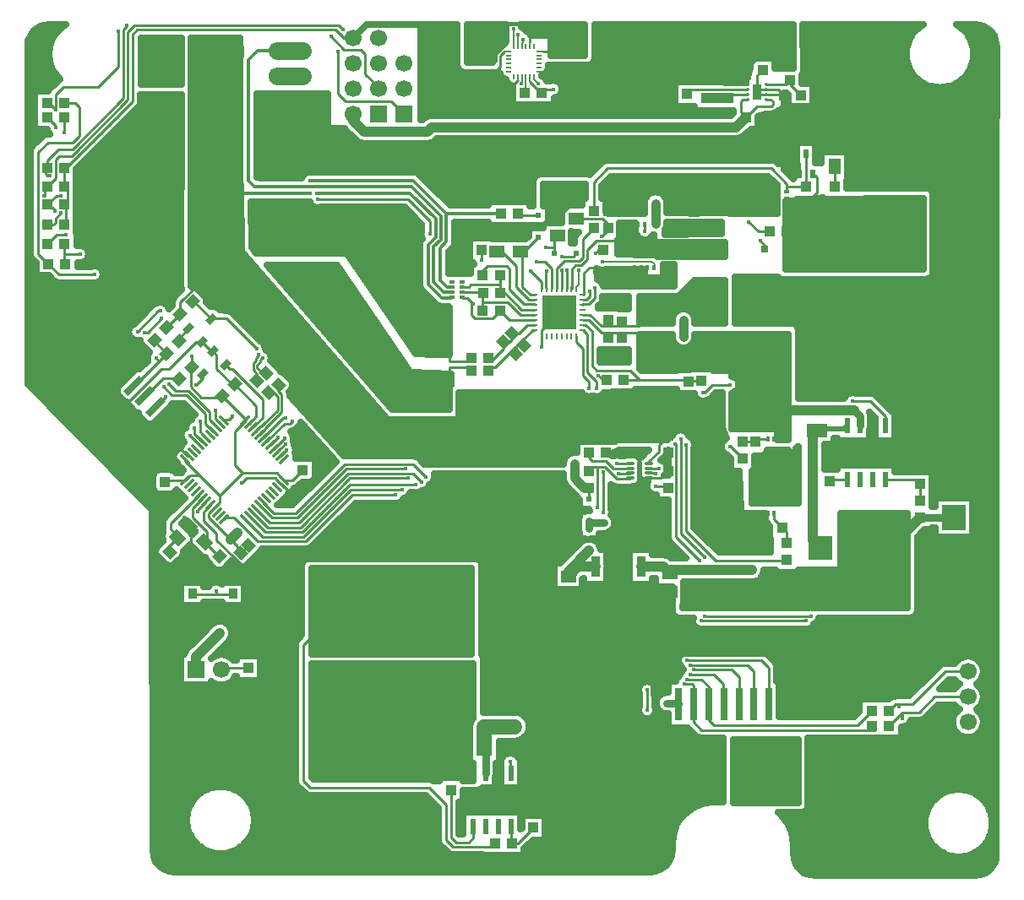
<source format=gtl>
G04 DipTrace 3.0.0.2*
G04 Top.gbr*
%MOMM*%
G04 #@! TF.FileFunction,Copper,L1,Top*
G04 #@! TF.Part,Single*
%AMOUTLINE0*
4,1,4,
-0.03537,-0.74247,
-0.74247,-0.03537,
0.03537,0.74247,
0.74247,0.03537,
-0.03537,-0.74247,
0*%
%AMOUTLINE3*
4,1,4,
-0.74247,0.03537,
-0.03537,0.74247,
0.74247,-0.03537,
0.03537,-0.74247,
-0.74247,0.03537,
0*%
%AMOUTLINE6*
4,1,4,
0.5,-0.55,
-0.5,-0.55,
-0.5,0.55,
0.5,0.55,
0.5,-0.55,
0*%
%AMOUTLINE9*
4,1,4,
0.74247,-0.03537,
0.03537,-0.74247,
-0.74247,0.03537,
-0.03537,0.74247,
0.74247,-0.03537,
0*%
%AMOUTLINE12*5,1,4,0,0,0.84853,-45.0*%
%AMOUTLINE15*
4,1,4,
-0.14143,-0.60103,
-0.60103,-0.14143,
0.14143,0.60103,
0.60103,0.14143,
-0.14143,-0.60103,
0*%
%AMOUTLINE18*
4,1,4,
-0.53033,-1.0253,
-1.0253,-0.53033,
0.53033,1.0253,
1.0253,0.53033,
-0.53033,-1.0253,
0*%
%AMOUTLINE21*
4,1,4,
-0.42703,-1.19933,
-1.19933,-0.42703,
0.42703,1.19933,
1.19933,0.42703,
-0.42703,-1.19933,
0*%
%AMOUTLINE24*
4,1,38,
0.1905,-0.1143,
0.21033,-0.11257,
0.2296,-0.1074,
0.24763,-0.099,
0.26397,-0.08757,
0.27807,-0.07347,
0.2895,-0.05717,
0.2979,-0.0391,
0.30307,-0.01983,
0.3048,0.0,
0.30307,0.01983,
0.2979,0.0391,
0.2895,0.05717,
0.27807,0.07347,
0.26397,0.08757,
0.24767,0.099,
0.2296,0.1074,
0.21033,0.11257,
0.1905,0.1143,
-0.1905,0.1143,
-0.21033,0.11257,
-0.2296,0.1074,
-0.24763,0.099,
-0.26397,0.08757,
-0.27807,0.07347,
-0.2895,0.05717,
-0.2979,0.0391,
-0.30307,0.01983,
-0.3048,0.0,
-0.30307,-0.01983,
-0.2979,-0.0391,
-0.2895,-0.05713,
-0.27807,-0.07347,
-0.26397,-0.08757,
-0.24767,-0.099,
-0.2296,-0.1074,
-0.21033,-0.11257,
-0.1905,-0.1143,
0.1905,-0.1143,
0*%
%AMOUTLINE25*
4,1,38,
-0.1143,-0.1905,
-0.11257,-0.21033,
-0.1074,-0.2296,
-0.099,-0.24763,
-0.08757,-0.26397,
-0.07347,-0.27807,
-0.05713,-0.2895,
-0.0391,-0.2979,
-0.01983,-0.30307,
0.0,-0.3048,
0.01983,-0.30307,
0.0391,-0.2979,
0.05717,-0.2895,
0.07347,-0.27807,
0.08757,-0.26397,
0.099,-0.24763,
0.1074,-0.2296,
0.11257,-0.21033,
0.1143,-0.1905,
0.1143,0.1905,
0.11257,0.21033,
0.1074,0.2296,
0.099,0.24763,
0.08757,0.26397,
0.07347,0.27807,
0.05717,0.2895,
0.0391,0.2979,
0.01983,0.30307,
0.0,0.3048,
-0.01983,0.30307,
-0.0391,0.2979,
-0.05713,0.2895,
-0.07347,0.27807,
-0.08757,0.26397,
-0.099,0.24767,
-0.1074,0.2296,
-0.11257,0.21033,
-0.1143,0.1905,
-0.1143,-0.1905,
0*%
%AMOUTLINE26*
4,1,4,
0.3182,0.53033,
0.53033,0.3182,
-0.3182,-0.53033,
-0.53033,-0.3182,
0.3182,0.53033,
0*%
%AMOUTLINE29*
4,1,4,
-0.53033,0.3182,
-0.3182,0.53033,
0.53033,-0.3182,
0.3182,-0.53033,
-0.53033,0.3182,
0*%
%AMOUTLINE32*
4,1,4,
0.0884,-0.90157,
-0.90157,0.0884,
-0.0884,0.90157,
0.90157,-0.0884,
0.0884,-0.90157,
0*%
G04 #@! TA.AperFunction,Conductor*
%ADD13C,0.254*%
%ADD14C,0.889*%
%ADD15C,0.2*%
G04 #@! TA.AperFunction,CopperBalancing*
%ADD16C,0.635*%
G04 #@! TA.AperFunction,Conductor*
%ADD17C,0.762*%
%ADD18C,1.016*%
%ADD19C,1.778*%
%ADD20C,0.3556*%
%ADD21C,0.2286*%
%ADD22C,1.524*%
%ADD23C,0.508*%
%ADD24C,0.2032*%
G04 #@! TA.AperFunction,ViaPad*
%ADD25C,0.381*%
%ADD28R,0.7X2.2*%
%ADD29R,1.0922X2.3*%
%ADD30R,0.7X3.302*%
%ADD31R,1.4986X2.3*%
%ADD32R,1.1X1.0*%
%ADD33R,1.0X1.1*%
%ADD34R,1.5X1.3*%
%ADD35R,1.8X1.6*%
%ADD36R,1.6X1.8*%
%ADD38R,4.15X1.65*%
%ADD39R,1.3X1.5*%
G04 #@! TA.AperFunction,ComponentPad*
%ADD40R,1.7X1.7*%
%ADD41C,1.7*%
%ADD42R,1.8X3.2*%
%ADD45R,0.6X0.6*%
%ADD48R,2.1X1.4*%
%ADD50R,2.4X3.3*%
%ADD51R,2.794X1.9177*%
%ADD52R,2.3876X2.3876*%
%ADD54R,3.2004X1.1176*%
%ADD55R,7.0104X3.9878*%
%ADD56R,0.4572X0.63*%
%ADD57R,0.4572X0.41*%
%ADD58R,2.4257X1.9*%
%ADD59R,0.63X0.4572*%
%ADD60R,0.41X0.4572*%
%ADD61R,1.9X2.4257*%
%ADD63R,0.5X0.85*%
%ADD65R,2.7X1.6*%
%ADD66R,3.2X1.8*%
%ADD67R,0.4953X0.3556*%
%ADD68R,0.9X1.0*%
%ADD69R,3.4544X3.4544*%
%ADD71R,0.95X2.15*%
%ADD72R,3.25X2.15*%
%ADD74O,0.85X0.3*%
%ADD75R,0.6X1.9*%
%ADD77R,0.6X1.55*%
%ADD78R,3.0X2.49*%
%ADD79R,2.4X2.6*%
%ADD81O,0.5X0.28*%
%ADD82R,0.9X1.6*%
%ADD84O,0.5588X0.2*%
%ADD85O,0.2X0.5588*%
%ADD185OUTLINE0*%
%ADD188OUTLINE3*%
%ADD191OUTLINE6*%
%ADD194OUTLINE9*%
%ADD197OUTLINE12*%
%ADD200OUTLINE15*%
%ADD203OUTLINE18*%
%ADD206OUTLINE21*%
%ADD209OUTLINE24*%
%ADD210OUTLINE25*%
%ADD211OUTLINE26*%
%ADD214OUTLINE29*%
%ADD217OUTLINE32*%
%FSLAX35Y35*%
G04*
G71*
G90*
G75*
G01*
G04 Top*
%LPD*%
X8009891Y9103117D2*
D13*
X7706361D1*
X7702641Y9106837D1*
X8315711Y9031430D2*
X8081577D1*
X8009891Y9103117D1*
X8295641Y9180587D2*
X8087361D1*
X8009891Y9103117D1*
X8295641Y9180587D2*
X8390891Y9275837D1*
X8708391D1*
X8740141Y9244087D1*
X6724014Y4876210D2*
Y4989580D1*
D14*
X6676397D1*
X6581141Y5084837D1*
Y5230250D1*
X7673341Y6502790D2*
Y6670430D1*
X7391401Y7638170D2*
Y7843910D1*
X6221921Y9163530D2*
D15*
X6262561D1*
D13*
X6341837D1*
X6374767Y9196460D1*
X6011921Y9113530D2*
D15*
Y9078090D1*
D13*
X5958841Y9025010D1*
X5863591D1*
X5755641Y9132960D1*
X5921921Y9363530D2*
D15*
X5878261D1*
D13*
X5836921Y9322190D1*
Y9214240D1*
X5755641Y9132960D1*
X4358641Y9499990D2*
D16*
X4493261Y9634610D1*
X5128261D1*
X5273041Y9489830D1*
Y9223130D1*
X5363211Y9132960D1*
X5755641D1*
X6374767Y9196460D2*
D13*
X7052311D1*
X7353301Y8895470D1*
X1464767Y7624837D2*
X1485901D1*
Y7810074D1*
X1464764Y7831210D1*
X1501141D1*
Y8005834D1*
X1464764D1*
Y8196334D1*
Y8180914D1*
X2148841Y8864990D1*
Y9535550D1*
X2194561Y9581270D1*
X4183381D1*
X4264661Y9499990D1*
X4358641D1*
X3280961Y5662587D2*
Y5676760D1*
X3052341Y5905380D1*
X2741487Y6201357D2*
X2735581D1*
Y5999870D1*
X2840991Y5894460D1*
X3041421D1*
X3052341Y5905380D1*
X3669867Y5061547D2*
X3753731D1*
X3856427Y5164244D1*
X2962761Y4778704D2*
X2957131D1*
X2914014Y4735587D1*
Y4687964D1*
X3132367Y4469610D1*
X3199767Y4402210D1*
Y4369824D1*
X3238501Y4331090D1*
X3314701Y4407290D1*
X2679921Y5061547D2*
X2486657D1*
X2474117Y5049007D1*
X2962761Y4778704D2*
Y4784330D1*
X3025141Y4846710D1*
Y4910210D1*
X2818767Y5116584D1*
X2734957D1*
X2679921Y5061547D1*
Y5273680D2*
Y5255430D1*
X2818767Y5116584D1*
X6724014Y4656210D2*
D17*
Y4635890D1*
Y4576834D1*
X7625081Y2815347D2*
Y2830584D1*
X7501891D1*
X6873241Y4635890D2*
X6724014D1*
X2787017Y3163960D2*
D18*
Y3292867D1*
X3025141Y3530990D1*
X3199587Y4536830D2*
X3132367Y4469610D1*
X3669867Y5061547D2*
D13*
Y5065584D1*
X3596641Y5138810D1*
X3253741D1*
X3025141Y4910210D1*
X3280961Y5662587D2*
X3285394D1*
X3177541Y5554734D1*
Y5215010D1*
X3253741Y5138810D1*
X1469391Y7434334D2*
Y7333370D1*
X1623061D1*
X1469391D2*
Y7239207D1*
X1475014Y7233584D1*
X2743201Y6304670D2*
Y6203070D1*
X2741487Y6201357D1*
X9722487Y4386337D2*
D18*
X9735644D1*
X10041891Y4692584D1*
D17*
X10375087D1*
X10378441Y4689230D1*
X8315711Y8881430D2*
D13*
X8266361D1*
X8248014Y8863084D1*
Y8751964D1*
X8295641Y8704337D1*
X8505711Y8881430D2*
X8547171D1*
X8565514Y8863087D1*
Y8831334D1*
X8549641Y8815460D1*
X8406764D1*
X8295641Y8704337D1*
X5781221Y1420250D2*
Y1389770D1*
X5364481D1*
X5295901Y1458350D1*
Y1813950D1*
X5125721Y1984130D1*
X3931921D1*
X3863341Y2052710D1*
Y3414784D1*
X3914141Y3465584D1*
X4144644D1*
X4360227Y3681167D1*
X4358641Y8737990D2*
D18*
Y8672584D1*
X4469764Y8561460D1*
X5104764D1*
X5149214Y8605910D1*
X8197214D1*
X8295641Y8704337D1*
X8965404Y8132834D2*
D13*
X8978264D1*
X8962391Y8116960D1*
X8994141D1*
X9010014Y8101087D1*
Y7946957D1*
X8898891Y7835834D1*
X7247891Y4195837D2*
D18*
X7470134D1*
X7533641Y4132330D1*
Y4164084D1*
X8232141D1*
X8295641D1*
X8359141D1*
X8295641D2*
D3*
X8232141D2*
D3*
X3596641Y9118990D2*
D19*
X3850641D1*
X3993514Y7942334D2*
D20*
X4930141D1*
X5189221Y7683254D1*
Y7501010D1*
X5113021Y7424810D1*
Y7029204D1*
X5247637Y6894587D1*
X5346064D1*
X5352414Y6900937D1*
Y6951737D2*
X5269864D1*
X5168264Y7053337D1*
Y7403854D1*
X5242561Y7478150D1*
Y7709290D1*
X4946014Y8005837D1*
X3374387D1*
X3310891Y8069334D1*
Y9275834D1*
X3408047Y9372990D1*
X3596641D1*
X3850641D2*
D19*
X3596641D1*
X2489201Y6591694D2*
D13*
Y6594234D1*
X2628901Y6733934D1*
X5352414Y7002537D2*
D20*
X5298437D1*
X5231764Y7069210D1*
Y7391154D1*
X5295901Y7455290D1*
Y7735960D1*
X5839641D1*
X7327267Y5234837D2*
D13*
Y5259464D1*
X7422514Y5354710D1*
Y5418207D1*
X7517767Y5513460D1*
X5295901Y7735960D2*
D20*
X4962527Y8069334D1*
X3930017D1*
Y7942337D2*
X3152141D1*
Y8370960D1*
X3056891Y8466210D1*
Y8830700D1*
X3088641Y8862450D1*
X2628901Y6733934D2*
D13*
Y6847597D1*
X2945764Y7164460D1*
Y7735960D1*
X3152141Y7942337D1*
X3387027Y5556524D2*
X3433507Y5603000D1*
X3440127D1*
X3463117Y5625990D1*
X3603627Y5766497D1*
Y5903547D1*
X3575297Y5937544D1*
X3517264Y5942087D1*
X3422381Y5521167D2*
X3468864Y5567647D1*
Y5574264D1*
X3491854Y5597254D1*
X3644267Y5749664D1*
Y5903547D1*
Y5924634D1*
X3611721Y5963687D1*
X3612514Y6021460D1*
X3492307Y6141667D2*
X3434277Y6146207D1*
X3399074Y6199024D1*
Y6223120D1*
X3425844Y6249887D1*
Y6272390D1*
X3442881Y6289430D1*
X3451861D1*
X3397057Y6062294D2*
Y6119534D1*
X3358434Y6184177D1*
Y6199024D1*
Y6239954D1*
X3385204Y6266720D1*
Y6289224D1*
X3414141Y6318164D1*
Y6327144D1*
X5549267Y6164337D2*
Y6196084D1*
X5327014D1*
Y6090710D1*
X5215891D1*
X6248401Y6510410D2*
D21*
Y6553590D1*
D13*
Y6573910D1*
X6423661Y6749170D1*
X6041391Y7544960D2*
X5803267D1*
X5644514Y7540837D2*
X5799144D1*
X5803267Y7544960D1*
X6406514Y7704210D2*
X6327141D1*
X6216014Y7593084D1*
X6089514D1*
X6041391Y7544960D1*
X6406514Y7704210D2*
X6422887D1*
X6597014Y7878337D1*
X6248401Y6510410D2*
D21*
Y6467230D1*
D13*
Y6403094D1*
X6898641Y6069084D2*
X6866894D1*
X6819267Y6116710D1*
X6423661Y6746630D2*
Y6749170D1*
X1294764Y8196334D2*
Y8269994D1*
X1409701Y8384930D1*
X1546861D1*
X2057401Y8895470D1*
Y9581270D1*
X2095501Y9619370D1*
Y9626990D1*
X2998117Y5591877D2*
Y5600174D1*
X2926081Y5672210D1*
Y5748410D1*
X2712721Y5961770D1*
X2583181D1*
X2514601Y6030350D1*
X1318261Y8118230D2*
X1295401D1*
X1280161Y8133470D1*
Y8181730D1*
X1294764Y8196334D1*
X4255771Y9585080D2*
D21*
X4213861Y9626990D1*
X2171701D1*
X2103121Y9558410D1*
Y8880230D1*
X1539241Y8316350D1*
X1417321D1*
X1379221Y8278250D1*
Y8090290D1*
X1294764Y8005834D1*
X2962761Y5556524D2*
D13*
X2957947D1*
X2880361Y5634110D1*
Y5733170D1*
X2697481Y5916050D1*
X2545081D1*
X2461261Y5999870D1*
X1264921Y7920110D2*
X1272541D1*
Y7983610D1*
X1294764Y8005834D1*
X7137267Y5084837D2*
Y5077850D1*
X7002781D1*
X6884671Y5195960D1*
X6812281D1*
X6687634D1*
X6724014Y5159580D1*
X6812281Y5195960D2*
Y4795910D1*
X2977517Y5767460D2*
Y5683190D1*
X3033474Y5627234D1*
X7137267Y5234837D2*
Y5230250D1*
X7002781D1*
X6865621Y5146430D2*
Y4742570D1*
X3154681Y5710310D2*
X3116581Y5672210D1*
X3059204D1*
X3068827Y5662587D1*
X6517391Y4100334D2*
D18*
Y4150210D1*
X6724014Y4356834D1*
X6787891Y4195837D2*
X6612894D1*
X6517391Y4100334D1*
X6662421Y6672970D2*
D21*
X6705601D1*
D13*
X6723381D1*
X6851014Y6545337D1*
X6914514D1*
Y6497710D1*
Y6545337D2*
X7041514D1*
Y6532890D1*
X7089141D1*
Y6497710D1*
X7057391D1*
X7374891Y6271720D2*
X7232014D1*
Y6545337D1*
X7041517D1*
X7029071Y6532890D1*
X7041514D1*
X9438641Y5608960D2*
D17*
Y5703960D1*
X9378951Y5763650D1*
D18*
X8644891D1*
Y6243710D1*
X8660764Y6259584D1*
X7851141Y6227834D2*
D22*
X7978141D1*
Y6402460D1*
X5981701Y2593730D2*
X5905501D1*
X5829301D1*
X5739767D1*
X5676264D1*
Y2386084D1*
X5689731Y2128684D2*
D17*
Y2372617D1*
X5676264Y2386084D1*
X5753101Y2593730D2*
D22*
X5739767D1*
X5829301D2*
D3*
X5905501D2*
D3*
X5660391Y7116837D2*
D13*
Y7164457D1*
X5708017Y7212084D1*
X5898517D1*
X5930264Y7180337D1*
Y6973960D1*
X6073141Y6831084D1*
X6179187D1*
D21*
X6184901Y6825370D1*
Y6774570D2*
X6141721D1*
D13*
X6050281D1*
X5835014Y6989837D1*
Y7027334D1*
Y7112214D1*
X5830391Y7116837D1*
X5835014Y6989837D2*
Y6942210D1*
Y7027334D2*
X5539137D1*
X5517514Y7005710D1*
X5457187D1*
X5454014Y7002537D1*
X6184901Y6723770D2*
D21*
X6141721D1*
D13*
X6037581D1*
X5914391Y6846960D1*
X5660391D1*
Y6937587D1*
X5665014Y6942210D1*
X5660391Y6767584D2*
Y6846960D1*
X5454014Y6951737D2*
X5655487D1*
X5665014Y6942210D1*
X6184901Y6672970D2*
D21*
X6141721D1*
D13*
X5925004D1*
X5830391Y6767584D1*
Y6762960D1*
X5755641Y6688210D1*
X5581017D1*
X5549267Y6719960D1*
Y6846960D1*
X5501641Y6894587D1*
X5460364D1*
X5454014Y6900937D1*
X5644514Y7370837D2*
Y7275587D1*
X5565141Y6831084D2*
X5549267Y6846960D1*
X2604477Y4489790D2*
Y4505374D1*
X2533014Y4576837D1*
Y4631800D1*
X2821341Y4920127D1*
X2522221Y4346330D2*
Y4407534D1*
X2604477Y4489790D1*
X3310891Y3179837D2*
X3056894D1*
X3041017Y3163960D1*
X2821341Y5415100D2*
X2723514Y5512927D1*
X3022721Y4302500D2*
X3018041D1*
X2873177Y4447364D1*
X2856697Y4884770D2*
Y4884644D1*
X2755264Y4783210D1*
Y4687964D1*
X2898141Y4545087D1*
Y4472327D1*
X2873177Y4447364D1*
X7851141Y6057834D2*
X7728764D1*
X7724141Y6053210D1*
Y6069087D1*
X7232017D1*
X7136767Y6164337D1*
X6803387D1*
X6755764Y6211960D1*
Y6561214D1*
X6692267Y6624710D1*
D21*
X6662421D1*
X7068641Y6069084D2*
D13*
Y6069087D1*
X7232017D1*
X8967014Y5053084D2*
D18*
Y5518084D1*
X9010014Y5561084D1*
D23*
Y5580770D1*
X9283451D1*
X9311641Y5608960D1*
X8967014Y5053084D2*
D18*
Y4461090D1*
X9041767Y4386337D1*
X9692641Y5068960D2*
D13*
X9998891D1*
X10041891Y5025960D1*
Y4862584D1*
X6184901Y6573910D2*
D21*
X6165214D1*
D13*
X6057264Y6465960D1*
Y6402464D1*
X6073137Y6418337D1*
Y6481830D1*
X5986974Y6395667D1*
Y6329877D1*
X5719267Y6164337D2*
Y6196084D1*
X5787391D1*
X5921184Y6329877D1*
X5986974D1*
X6184901Y6624710D2*
D21*
X6141721D1*
D13*
X6104891D1*
X6018724Y6538544D1*
X5952931D1*
Y6472747D1*
X5930267Y6450084D1*
X5866767D1*
X5719267Y6291334D2*
Y6259584D1*
X5739767D1*
X5866767Y6386584D1*
Y6450084D1*
X2613661Y6457074D2*
Y6487547D1*
X2712724Y6586607D1*
X2749107Y6854140D2*
X2770457D1*
X2942531Y6682067D1*
X8488391Y7386710D2*
Y7416210D1*
X8438517Y7466084D1*
X5128261Y7531490D2*
Y7664840D1*
X4911091Y7882010D1*
X4008121D1*
X3393441Y6383410D2*
X3088641Y6688210D1*
X2948674D1*
X2942531Y6682067D1*
X6548121Y6987930D2*
D21*
X6553201D1*
Y7180970D1*
X6591301Y7219070D1*
X6644641D1*
X6708141Y7282570D1*
Y7370834D1*
X6803394Y7466087D1*
X7191374D1*
X7278371Y7379090D1*
X7279641Y7624837D2*
D13*
X7284721D1*
Y7561970D1*
X6507481Y7173350D2*
Y6987930D1*
X6499861D1*
X7374891Y7196210D2*
D24*
X7383781D1*
Y7226690D1*
X7353301Y7257170D1*
X6858001D1*
X6621781Y7173350D2*
Y7028570D1*
X6598921Y7005710D1*
Y6990470D1*
X6596381D1*
X8505711Y9031430D2*
D13*
X8697484D1*
X8740141Y9074087D1*
Y9033084D1*
X8846641Y8926584D1*
X9184641Y8005834D2*
Y8212210D1*
X6377017Y7339087D2*
Y7401950D1*
X6294121D1*
X6728461Y6959990D2*
Y6906650D1*
X6700521Y6878710D1*
X6660517D1*
Y6871727D1*
D21*
X6662421Y6873630D1*
X6377017Y7339087D2*
D13*
Y7484714D1*
X6406514Y7514210D1*
X6871514Y7370834D2*
X6819264D1*
X6787514Y7339084D1*
X6454141Y7173350D2*
Y6993010D1*
D21*
X6449061Y6987930D1*
X6454141Y7310510D2*
D13*
X6568441D1*
X6597017Y7339087D1*
X6091921Y9113530D2*
D24*
Y8959970D1*
D13*
X6080761Y8948810D1*
X8533767Y7561337D2*
X8422637D1*
X8327391Y7656584D1*
X6301741Y7165730D2*
X6295391D1*
Y6991740D1*
D21*
X6299201Y6987930D1*
X6662421Y6723770D2*
X6705601D1*
D13*
X6736081D1*
X6851014Y6608837D1*
X6930391D1*
Y6667710D1*
X6914514D1*
Y6608837D1*
X7073267D1*
Y6656460D1*
X7057391D1*
Y6608837D1*
X7232014D1*
Y6815207D1*
X7248527Y6831720D1*
X7374891D1*
X8315711Y8931430D2*
X8046484D1*
X8009891Y8894837D1*
X8315711Y8981430D2*
X7747234D1*
X7702641Y8936837D1*
X6398261Y6987930D2*
D21*
Y7031110D1*
D13*
Y7186050D1*
X6477001Y7264790D1*
X6629401D1*
X6660514Y7295904D1*
Y7481957D1*
X6771641Y7593084D1*
Y7597710D1*
Y7767710D2*
Y8053460D1*
X6912611Y8194430D1*
X8551544D1*
X8708391Y8037584D1*
Y8005837D1*
Y7958210D1*
X8898891Y8005834D2*
X8708391Y8005837D1*
X8898891Y8005834D2*
Y8341327D1*
X8900397Y8342834D1*
X6184901Y6873630D2*
D21*
X6141721D1*
D13*
X6125844D1*
X5993764Y7005710D1*
Y7212087D1*
X5850891Y7354960D1*
X5803267D1*
X6184901Y6924430D2*
D21*
X6138544D1*
D13*
X6057264Y7005710D1*
Y7339087D1*
X6041391Y7354960D1*
X6073141D1*
X6216017Y7497837D1*
Y7717837D2*
X6027764D1*
X6009641Y7735960D1*
X6347461Y6987930D2*
D21*
Y7031110D1*
D13*
X6355081D1*
Y7188590D1*
X6286501Y7257170D1*
X6200141D1*
X8136891Y5402337D2*
Y5406960D1*
X8263891Y5279960D1*
X8517891Y5481710D2*
X8422641D1*
X8390891Y5449960D1*
X8263891D1*
X6914514Y7597710D2*
Y7577210D1*
X6851014Y7513710D1*
X6781801Y6990470D2*
Y6891410D1*
X6721474Y6831084D1*
X6656707D1*
D21*
X6662421Y6825370D1*
X6914514Y7597710D2*
D13*
Y7627377D1*
X6858001Y7683890D1*
X6601461D1*
X6597014Y7688337D1*
X8581391Y4735587D2*
Y4672084D1*
X8660764Y4592710D1*
X8708391Y4433960D2*
Y4545084D1*
X8660764Y4592710D1*
X8708391Y4263960D2*
X8703767Y4259337D1*
X7994014D1*
X7696201Y4557150D1*
Y5420750D1*
X6141721Y7159380D2*
X6248401Y7052700D1*
Y7031110D1*
D21*
Y6987930D1*
X7327267Y5134837D2*
D13*
X7388391D1*
X7390767Y5132460D1*
Y5005460D2*
X7501894D1*
X7517767Y4989587D1*
X5562731Y1588684D2*
Y1478797D1*
X5517517Y1433584D1*
X5390517D1*
X5342891Y1481210D1*
Y1957460D1*
X6168391Y1581084D2*
Y1576460D1*
X6012181Y1420250D1*
X5951221D1*
X5943731Y1588684D2*
Y1449460D1*
X5951221D1*
Y1420250D1*
X9311641Y5068960D2*
X9152891D1*
X9137014Y5053084D1*
X7137267Y5184837D2*
Y5180087D1*
X6969124D1*
X6889751Y5259460D1*
X6755764D1*
X6724017Y5291207D1*
Y5338834D1*
X2892051Y4849417D2*
X2884971D1*
X2802891Y4767337D1*
Y4751460D1*
X2987041Y3957710D2*
Y3919610D1*
X3168014D1*
Y3932310D1*
X3159761Y3924057D1*
X2749761D2*
Y3919610D1*
X3159761D1*
Y3924057D1*
X3528447Y5415100D2*
X3604261Y5490914D1*
X7740017Y3116337D2*
X7978137D1*
X8073391Y3021084D1*
Y2816617D1*
X8074661Y2815347D1*
X8227061D2*
Y3089664D1*
X8152764Y3163960D1*
X7771767D1*
X3673387Y5489330D2*
X3563804Y5379747D1*
X8376921Y2815347D2*
Y3146174D1*
X8311511Y3211584D1*
X7740014D1*
X3680461Y5428370D2*
X3628391Y5376300D1*
Y5373624D1*
X3599157Y5344390D1*
X8526781Y2815347D2*
Y3186820D1*
X8454391Y3259210D1*
X7708267D1*
X3695701Y5370220D2*
X3634514Y5309034D1*
X2951747Y6357744D2*
X2941591D1*
X2847074Y6452260D1*
X3172547Y6025587D2*
X3148014D1*
X2993391Y6180210D1*
Y6316100D1*
X2951747Y6357744D1*
X3316314Y5627234D2*
Y5630007D1*
X3390267Y5703960D1*
Y5807867D1*
X3172547Y6025587D1*
X2847074Y6452260D2*
X2789191D1*
X2517141Y6180210D1*
X2437767D1*
X2120267Y5862710D1*
X2040887D1*
X1961514Y5942084D1*
Y6027694D1*
X2055234Y6121414D1*
X3634514Y5026194D2*
X3639407D1*
X3707764Y4957837D1*
X3820021D1*
X4026427Y5164244D1*
X2642427Y4226124D2*
X2651937D1*
X2760041Y4334227D1*
Y4324767D1*
X2902514Y4182294D1*
X2717614Y4602927D2*
Y4519237D1*
X2739391Y4497460D1*
Y4354877D1*
X2760041Y4334227D1*
X2927407Y4814060D2*
Y4812477D1*
X2866391Y4751460D1*
Y4656210D1*
X2993391Y4529210D1*
Y4465710D1*
X3160971Y4298130D1*
X3231517Y4227584D1*
X3342007D1*
X3358707Y4210884D1*
X2902514Y4182294D2*
X3045134D1*
X3160971Y4298130D1*
X3358707Y4210884D2*
X3434907Y4287084D1*
X3159761Y3705617D2*
X2749761D1*
X2705734D1*
X2612391Y3798960D1*
Y4196087D1*
X2642427Y4226124D1*
X2715274Y5309034D2*
X2705691D1*
X2644141Y5370584D1*
X2533014D1*
X2508194Y5345764D1*
X2469514Y5307084D1*
Y5223610D1*
X2474117Y5219007D1*
X6662421Y6924430D2*
X6675121Y6937130D1*
Y7142870D1*
X6728461Y7196210D1*
X7181851D1*
X8410711Y8956430D2*
Y8989450D1*
Y9125657D1*
X8465641Y9180587D1*
X8505711Y8981430D2*
X8621794D1*
X8676641Y8926584D1*
X8505711Y8931430D2*
X8671794D1*
X8676641Y8926584D1*
X8465641Y8704337D2*
X8533767D1*
X8660767Y8831337D1*
Y8910710D1*
X8676641Y8926584D1*
X8505711Y8931430D2*
X8435711D1*
X8410711Y8956430D1*
X8505711Y8981430D2*
X8435711D1*
X8410711Y8956430D1*
X5549267Y6291334D2*
Y6259584D1*
X5327014D1*
Y6370710D1*
X5215891D1*
X7327267Y5084837D2*
X7443017D1*
X7517767Y5159587D1*
Y5343460D1*
X7327267Y5084837D2*
X7263764D1*
X7232017Y5116584D1*
Y5159837D1*
X7232267D1*
X10523221Y3401450D2*
X10104754D1*
X9637077Y2933774D1*
X9558021Y3012830D1*
X9312274Y2767084D1*
X8724904D1*
X8676641Y2815347D1*
X8050121Y2376970D2*
X7897721D1*
X7320507D1*
X7009767Y2687710D1*
Y3607714D1*
X7017891Y3615837D1*
X8676641Y2815347D2*
Y3195710D1*
X8565514Y3306837D1*
X7326891D1*
X7017891Y3615837D1*
X3310891Y3349837D2*
Y3554487D1*
X3159761Y3705617D1*
X7232267Y5159837D2*
Y5306837D1*
X7200267Y5338837D1*
X6898641D1*
X6882767Y5354710D1*
X6878141D1*
X6894017Y5338834D1*
X2644141Y5370584D2*
X2636617Y5378107D1*
X2525491D1*
X2040887Y5862710D1*
X2717614Y4602927D2*
Y4638617D1*
X2667001Y4689230D1*
Y5176910D2*
Y5186957D1*
X2508194Y5345764D1*
X6221921Y9363530D2*
D15*
X6262561D1*
D13*
X6371837D1*
X6374767Y9366460D1*
X6131921Y9413530D2*
D15*
Y9454170D1*
D13*
Y9581670D1*
Y9642230D1*
X6202681D1*
X6374767Y9470144D1*
Y9366460D1*
X5755641Y9302960D2*
Y9301870D1*
X5913121Y9459350D1*
Y9642230D1*
D25*
X6131921D1*
Y9113530D2*
D24*
Y9057670D1*
D21*
X6218607Y8970984D1*
X6228587D1*
X6250761Y8948810D1*
X3634514Y5026194D2*
D13*
Y5031090D1*
X3580767Y5084837D1*
X3295017D1*
X3247391Y5037210D1*
X3322321Y4102490D2*
X3398521D1*
Y4323470D1*
X3434907Y4287084D1*
X6131921Y9581670D2*
X6095601D1*
X6080761Y9596510D1*
X6370321Y8986910D2*
X6234534D1*
X6218607Y8970984D1*
X9629141Y2941710D2*
X9637077Y2933774D1*
X8409941Y8989450D2*
X8410711D1*
X7137267Y5134837D2*
Y5131190D1*
X7018021D1*
X7863841Y5946530D2*
X7886701D1*
X7962901Y6022730D1*
X8138161D1*
X9364981Y5855090D2*
X9541511D1*
X9692641Y5703960D1*
Y5608960D1*
X5943731Y2128684D2*
X5935981D1*
Y2243210D1*
X3280961Y4672640D2*
Y4669630D1*
X3451861Y4498730D1*
X3863341D1*
X4335781Y4971170D1*
X4853941D1*
X7924801Y2815347D2*
Y2661677D1*
X7978141Y2608337D1*
X9417687D1*
X9558021Y2748670D1*
X7924801Y2815347D2*
Y2995050D1*
X7851141Y3068710D1*
X7708267D1*
X2827021Y5656970D2*
Y5550840D1*
X2892051Y5485810D1*
X1464767Y8704334D2*
Y8550844D1*
X1485901Y7523870D2*
X1388927D1*
X1299391Y7434334D1*
X4612641Y8991990D2*
Y9007230D1*
X4480561Y9139310D1*
Y9337430D1*
X4434841Y9383150D1*
X4267201D1*
X4137661Y9512690D1*
X1379221Y8598290D2*
Y8619880D1*
X1294767Y8704334D1*
X1294764Y7831210D2*
X1297941D1*
X1386841Y7920110D1*
X1432561D1*
X3493091Y5450457D2*
Y5454360D1*
X3672841Y5634110D1*
X3726181D1*
X3749041Y5656970D1*
X2430781Y6761870D2*
X2407921D1*
X2198371Y6552320D1*
X1371601Y7767710D2*
Y7775330D1*
X1346954Y7799977D1*
X1310641D1*
Y7847087D1*
X1294764Y7831210D1*
X9560381Y2601350D2*
Y2597720D1*
X9597391Y2560710D1*
X7851141D1*
X7771767Y2640084D1*
Y2812174D1*
X7774941Y2815347D1*
X2856697Y5450457D2*
X2850017D1*
X2771141Y5529334D1*
Y5588390D1*
X7676517Y3021084D2*
X7755894D1*
X7771764Y3005214D1*
Y2818524D1*
X1464764Y8847210D2*
X1572261D1*
X1615441Y8804030D1*
Y8514470D1*
X1554481Y8453510D1*
X1303021D1*
X1203961Y8354450D1*
Y7334637D1*
X1305014Y7233584D1*
X1767841Y7127630D2*
X1410967D1*
X1305014Y7233584D1*
X1294767Y7624837D2*
X1358267D1*
X1379221Y7645790D1*
Y7691510D1*
X1432561Y7744850D1*
X1379221Y8781170D2*
X1294764Y8865627D1*
Y8847210D1*
X2270761Y6548510D2*
X2301241D1*
X2438401Y6685670D1*
X3680461Y5687450D2*
X3659377D1*
X3457737Y5485810D1*
X4866641Y8737990D2*
X4739641Y8864990D1*
X4282441D1*
X4206241Y8941190D1*
Y9360290D1*
X2004061Y9566030D2*
Y9207890D1*
X1805941Y9009770D1*
X1455421D1*
X1379221Y8933570D1*
Y8781170D1*
X10523221Y3147450D2*
X10294621D1*
X9966961Y2819790D1*
X9834881D1*
X9799141D1*
X9728021Y2748670D1*
X6662421Y6573910D2*
X6708141Y6528190D1*
Y6148460D1*
X6803391Y6053210D1*
Y5989707D1*
X7642861Y5481710D2*
Y4531117D1*
X7882891Y4291087D1*
Y3703710D2*
X8946514D1*
X9834881Y2791850D2*
Y2819790D1*
X10523221Y2893450D2*
X10190301D1*
X10032821Y2735970D1*
X9865001D1*
X9730381Y2601350D1*
X6598921Y6510410D2*
D21*
Y6467230D1*
D13*
Y6448177D1*
X6660514Y6386584D1*
Y6116714D1*
X6724014Y6053214D1*
Y5989714D1*
X7589521Y5428370D2*
X7597141D1*
Y4497460D1*
X7835264Y4259337D1*
X7851141Y3656084D2*
X8898891D1*
X9865001Y2677910D2*
Y2735970D1*
X6011921Y9413530D2*
D24*
Y9535550D1*
X4914901Y5085470D2*
D13*
X4327527D1*
X3834767Y4592710D1*
X3502311D1*
X3351671Y4743350D1*
X6051921Y9413530D2*
D24*
Y9445750D1*
X6065521Y9459350D1*
Y9482210D1*
X4991101Y5024510D2*
D13*
X4330064D1*
X3850641Y4545087D1*
X3479221D1*
X3316314Y4707994D1*
X3457737Y4849417D2*
Y4842737D1*
X3564891Y4735584D1*
X3787141D1*
X4279267Y5227710D1*
X4963161D1*
X5090161Y5100710D1*
X6217921Y9040250D2*
D24*
X6171921Y9086250D1*
Y9113530D1*
X6051921D2*
D15*
Y9049510D1*
D24*
X6042661Y9040250D1*
X5044441Y5047370D2*
D13*
X4959351Y5132460D1*
X4311014D1*
X3818891Y4640337D1*
X3525394D1*
X3387027Y4778704D1*
X5971921Y9413530D2*
D15*
Y9456430D1*
D24*
X5966461Y9461890D1*
Y9588890D1*
X4884421Y5180084D2*
D13*
X4295141D1*
X3803017Y4687960D1*
X3548481D1*
X3422381Y4814060D1*
X2162997Y6013654D2*
X2170241D1*
X2415597Y6259010D1*
X2493454Y6336867D1*
X2368994Y6471487D2*
Y6461327D1*
X2493454Y6336867D1*
X7327267Y5184837D2*
X7417761D1*
X7422514Y5180084D1*
X7307581Y2761370D2*
Y2959490D1*
X2385177Y6289430D2*
X2415597Y6259010D1*
X3351671Y5591877D2*
X3357561D1*
X3453767Y5688084D1*
Y5878584D1*
X3152141Y6180210D1*
X3129284D1*
X3086097Y6223397D1*
X2856291Y6127937D2*
Y6090100D1*
X2788921Y6022730D1*
X2484121Y5900810D2*
Y5903724D1*
X2378524Y5798127D1*
X2270757Y5905890D2*
X2274571D1*
X2453641Y6084960D1*
X2617471D1*
X2621281Y6081150D1*
X4785361Y4917830D2*
X4351021D1*
X3886201Y4453010D1*
X3406141D1*
X3169921Y4689230D1*
X3085417D1*
X3068827Y4672640D1*
D25*
X6581141Y5230250D3*
X7673341Y6502790D3*
Y6670430D3*
X7391401Y7638170D3*
Y7843910D3*
X7501891Y2830584D3*
X6873241Y4635890D3*
X3025141Y3530990D3*
X3199587Y4536830D3*
X2743201Y6304670D3*
X1623061Y7333370D3*
X8359141Y4164084D3*
X3993514Y7942334D3*
X3930017Y8069334D3*
Y7942337D3*
X3451861Y6289430D3*
X3414141Y6327144D3*
X6248401Y6403094D3*
X6819267Y6116710D3*
X2095501Y9626990D3*
X2514601Y6030350D3*
X1318261Y8118230D3*
X4255771Y9585080D3*
X2461261Y5999870D3*
X1264921Y7920110D3*
X6812281Y4795910D3*
X2977517Y5767460D3*
X7002781Y5230250D3*
X6865621Y5146430D3*
Y4742570D3*
X3154681Y5710310D3*
X7978141Y6402460D3*
X5981701Y2593730D3*
X5644514Y7275587D3*
X5565141Y6831084D3*
X2723514Y5512927D3*
X8438517Y7466084D3*
X5128261Y7531490D3*
X4008121Y7882010D3*
X3393441Y6383410D3*
X7284721Y7561970D3*
X6507481Y7173350D3*
X6858001Y7257170D3*
X6621781Y7173350D3*
X6294121Y7401950D3*
X6728461Y6959990D3*
X6787514Y7339084D3*
X6454141Y7173350D3*
Y7310510D3*
X8327391Y7656584D3*
X6301741Y7165730D3*
X6200141Y7257170D3*
X8136891Y5402337D3*
X6851014Y7513710D3*
X6781801Y6990470D3*
X7696201Y5420750D3*
X6141721Y7159380D3*
X7390767Y5132460D3*
Y5005460D3*
X2802891Y4751460D3*
X2987041Y3957710D3*
X3604261Y5490914D3*
X7740017Y3116337D3*
X7771767Y3163960D3*
X3673387Y5489330D3*
X7740014Y3211584D3*
X3680461Y5428370D3*
X7708267Y3259210D3*
X3695701Y5370220D3*
X2667001Y4689230D3*
Y5176910D3*
X3247391Y5037210D3*
X3322321Y4102490D3*
X6080761Y9596510D3*
X6370321Y8986910D3*
X7018021Y5131190D3*
X7863841Y5946530D3*
X8138161Y6022730D3*
X9364981Y5855090D3*
X5935981Y2243210D3*
X4853941Y4971170D3*
X7708267Y3068710D3*
X2827021Y5656970D3*
X1464767Y8550844D3*
X1485901Y7523870D3*
X4137661Y9512690D3*
X1379221Y8598290D3*
X1432561Y7920110D3*
X3749041Y5656970D3*
X2430781Y6761870D3*
X2198371Y6552320D3*
X1371601Y7767710D3*
X2771141Y5588390D3*
X7676517Y3021084D3*
X1767841Y7127630D3*
X2771141Y5588390D3*
X1432561Y7744850D3*
X1379221Y8781170D3*
X2270761Y6548510D3*
X2438401Y6685670D3*
X3680461Y5687450D3*
X1432561Y7744850D3*
X4206241Y9360290D3*
X2004061Y9566030D3*
X1379221Y8781170D3*
X6803391Y5989707D3*
X7642861Y5481710D3*
X7882891Y4291087D3*
Y3703710D3*
X8946514D3*
X9834881Y2791850D3*
X6724014Y5989714D3*
X7589521Y5428370D3*
X7835264Y4259337D3*
X7851141Y3656084D3*
X8898891D3*
X9865001Y2677910D3*
X6011921Y9535550D3*
X4914901Y5085470D3*
X6065521Y9482210D3*
X4991101Y5024510D3*
X5090161Y5100710D3*
X6217921Y9040250D3*
X6042661D3*
X5044441Y5047370D3*
X5966461Y9588890D3*
X4884421Y5180084D3*
X7422514D3*
X7307581Y2761370D3*
Y2959490D3*
X2385177Y6289430D3*
X2788921Y6022730D3*
X2484121Y5900810D3*
X4785361Y4917830D3*
X7406641Y7085084D3*
X7454267D3*
X7501891D3*
Y7037460D3*
X7454267D3*
X7406641D3*
X8200391Y6989837D3*
X8248014D3*
X8295641D3*
Y6942210D3*
X8248014D3*
X8200391D3*
X7706994Y7624837D3*
X7754621D3*
X7802247D3*
Y7577210D3*
X7754621D3*
X7706994D3*
X7849871Y7624837D3*
Y7577210D3*
X7549514Y7085084D3*
Y7037460D3*
X8343267Y6989837D3*
Y6942210D3*
X8470264Y2433710D3*
X8533764D3*
X8597267D3*
X8660767D3*
X8724264D3*
X8787764D3*
Y2370210D3*
X8724264D3*
X8660767D3*
X8597267D3*
X8533764D3*
X8470264D3*
Y2306710D3*
X8533764D3*
X8597267D3*
X8660767D3*
X8724264D3*
X8787764D3*
Y2243207D3*
X8724264D3*
X8660767D3*
X8597267D3*
X8533764D3*
X8470264D3*
X9613264Y7815337D3*
X9676764D3*
X9740267D3*
X9803764D3*
X9867264D3*
X9930764D3*
Y7751837D3*
X9867264D3*
X9803764D3*
X9740267D3*
X9676764D3*
X9613264D3*
Y7688334D3*
X9676764D3*
X9740267D3*
X9803764D3*
X9867264D3*
X9930764D3*
Y7624830D3*
X9867264D3*
X9803764D3*
X9740267D3*
X9676764D3*
X9613264D3*
X5327014Y7339084D3*
X5374641D3*
X5422264D3*
X5469894D3*
Y7291460D3*
X5422264D3*
X5374641D3*
X5327014D3*
Y7243837D3*
X5374641D3*
X5422264Y7243834D3*
X5469891D3*
Y7196210D3*
X5422264D3*
X5374641D3*
X5327014D3*
X5166997Y5926210D3*
X5214621D3*
X5262244D3*
X5309874D3*
Y5878584D3*
X5262244D3*
X5214621D3*
X5166997D3*
Y5830960D3*
X5214621D3*
X5262244D3*
X5309871D3*
Y5783337D3*
X5262244D3*
X5214621D3*
X5166997D3*
X6914514Y6386584D3*
Y6338960D3*
Y6291337D3*
Y6243710D3*
X6866891D3*
Y6291337D3*
Y6338960D3*
Y6386584D3*
X6978014Y6894587D3*
X6930391Y6846960D3*
Y6894587D3*
X6978014Y6799337D3*
X8295641Y4164084D3*
X8232141D3*
X6930391Y6799337D3*
X6978014Y6846960D3*
X7978141Y6354837D3*
Y6307210D3*
Y6259584D3*
Y6211960D3*
Y6164337D3*
X7676514Y4037084D3*
X7740014D3*
Y3973584D3*
X7676514D3*
Y3910084D3*
X7740014D3*
Y3846584D3*
X7676514D3*
Y3783084D3*
X7740014D3*
X4198621Y4140590D3*
X4274821D3*
X4351021D3*
X4427221D3*
Y4079630D3*
X4351021D3*
X4274821D3*
X4198621D3*
Y4018670D3*
X4274821D3*
X4351021D3*
X4427221D3*
X7353301Y8834510D3*
Y8773550D3*
Y8895470D3*
Y8956430D3*
X5669281Y2593730D3*
X5753101D3*
X3482341Y7760090D3*
X3545841D3*
X3609344D3*
X3672844D3*
X3736341D3*
X3799841D3*
Y7696590D3*
X3736341D3*
X3672844D3*
X3609344D3*
X3545841D3*
X3482341D3*
Y7633090D3*
X3545841D3*
X3609344D3*
X3672844D3*
X3736341D3*
X3799841D3*
Y7569587D3*
X3736341D3*
X3672844D3*
X3609344D3*
X3545841D3*
X3482341D3*
X3489961Y8415410D3*
X3553461D3*
X3616964D3*
X3680464D3*
X3743961D3*
X3807461D3*
Y8351910D3*
X3743961D3*
X3680464D3*
X3616964D3*
X3553461D3*
X3489961D3*
Y8288410D3*
X3553461D3*
X3616964D3*
X3680464D3*
X3743961D3*
X3807461D3*
Y8224907D3*
X3743961D3*
X3680464D3*
X3616964D3*
X3553461D3*
X3489961D3*
X6301741Y6746630D3*
X6423661Y6624710D3*
Y6746630D3*
X6553201D3*
X6423661Y6876170D3*
X5000624Y8329684D3*
X5048251D3*
X5095874D3*
X5143504D3*
Y8282060D3*
X5095874D3*
X5048251D3*
X5000624D3*
Y8234437D3*
X5048251D3*
X5095874Y8234434D3*
X5143501D3*
Y8186810D3*
X5095874D3*
X5048251D3*
X5000624D3*
X3627121Y7211454D3*
X3690621D3*
X3754124D3*
X3817624D3*
X3881121D3*
X3944621D3*
Y7147954D3*
X3881121D3*
X3817624D3*
X3754124D3*
X3690621D3*
X3627121D3*
Y7084454D3*
X3690621D3*
X3754124D3*
X3817624D3*
X3881121D3*
X3944621D3*
Y7020950D3*
X3881121D3*
X3817624D3*
X3754124D3*
X3690621D3*
X3756661Y6959990D3*
X3944617D3*
X3881117D3*
X3817621D3*
X5524501Y9543170D3*
X5572127D3*
X5619751D3*
X6551294D3*
X6598921D3*
X5619751Y9495547D3*
X5572127D3*
X5524501D3*
Y9447924D3*
X5572127D3*
X5619751Y9447920D3*
X6646544Y9543170D3*
Y9495547D3*
X5619751Y9400297D3*
X5572127D3*
X5524501D3*
X6598921Y9495547D3*
X6551294D3*
Y9447924D3*
X6598921D3*
X6646544Y9447920D3*
Y9400297D3*
X6598921D3*
X6551294D3*
X5829301Y2593730D3*
X5905501D3*
X1755141Y8021710D3*
Y8275710D3*
Y7767710D3*
Y7513710D3*
X2009141D3*
Y7259710D3*
X2263141D3*
Y7005710D3*
X1501141D3*
Y6497710D3*
X1247141Y8529710D3*
Y9037710D3*
Y9291710D3*
Y9545710D3*
X2009141Y6497710D3*
X1501141Y5989710D3*
X2009141D3*
Y5481710D3*
X2517141D3*
Y3957710D3*
Y3449710D3*
Y2941710D3*
Y2433710D3*
X3025141D3*
X3533141D3*
Y3449710D3*
X2517141Y1925710D3*
X3533141D3*
Y1417710D3*
X2517141D3*
X4041141D3*
Y1925710D3*
X4549141D3*
Y1417710D3*
X5057141Y1925710D3*
Y1417710D3*
X6581141D3*
Y1925710D3*
X6073141D3*
X5565141D3*
X6073141Y2433710D3*
X6581141D3*
X7089141D3*
Y1925710D3*
Y1417710D3*
X7597141Y1925710D3*
Y2433710D3*
X6073141Y3449710D3*
Y3957710D3*
X6581141Y3449710D3*
Y3957710D3*
X7089141Y3449710D3*
X7597141D3*
X6073141Y4465710D3*
X6581141D3*
X5565141D3*
X9121141Y2433710D3*
Y1925710D3*
Y1417710D3*
X9629141D3*
Y1925710D3*
Y2433710D3*
X10137141D3*
Y1925710D3*
Y1417710D3*
X10645141Y1925710D3*
Y2433710D3*
X10137141Y3449710D3*
X9629141D3*
X9121141D3*
Y2941710D3*
X9629141D3*
X10137141Y3957710D3*
Y4465710D3*
X10645141D3*
Y3957710D3*
Y3449710D3*
Y4973710D3*
Y5481710D3*
Y5989710D3*
Y6497710D3*
Y7005710D3*
Y7513710D3*
Y8021710D3*
Y8529710D3*
Y9037710D3*
Y9545710D3*
X3914141Y4338710D3*
X9629141Y9037710D3*
Y9545710D3*
X9121141D3*
Y9037710D3*
Y8529710D3*
X9629141D3*
X10137141D3*
Y8021710D3*
X9629141D3*
X8613141Y8529710D3*
X8232141Y8402710D3*
X7851141D3*
X7470141D3*
X7089141D3*
X6708141D3*
X6327141D3*
X5946141D3*
Y8021710D3*
X3914141Y5481710D3*
Y4973710D3*
X4041141Y5354710D3*
X2390141Y4846710D3*
X3787141Y3830710D3*
X3660141Y3068710D3*
X3533141Y3195710D3*
X3660141D3*
X3533141Y3068710D3*
X8613141Y7005710D3*
X4041141Y4338710D3*
X8867141Y7005710D3*
Y6751710D3*
X9121141Y7005710D3*
Y6751710D3*
Y6497710D3*
X8867141D3*
X9121141Y6243710D3*
X3279141Y3703710D3*
X5753101Y1925710D3*
Y1773310D3*
X5941061Y1925710D3*
Y1773310D3*
X5565141D3*
X8409941Y8989450D3*
Y8923410D3*
X7728074Y7006044D2*
D16*
X8082855D1*
X7664946Y6942877D2*
X8082855D1*
X7238367Y6879710D2*
X8082855D1*
X7238367Y6816544D2*
X8082855D1*
X7238367Y6753377D2*
X7592094D1*
X7754491D2*
X8082855D1*
X7238367Y6690210D2*
X7556996D1*
X7789713D2*
X8082855D1*
X7561580Y6640580D2*
X7561925Y6679199D1*
X7564668Y6696520D1*
X7570088Y6713199D1*
X7578049Y6728825D1*
X7588357Y6743013D1*
X7600758Y6755413D1*
X7614946Y6765721D1*
X7630572Y6773683D1*
X7647251Y6779102D1*
X7664572Y6781846D1*
X7682109D1*
X7699430Y6779102D1*
X7716109Y6773683D1*
X7731735Y6765721D1*
X7745923Y6755413D1*
X7758324Y6743013D1*
X7768632Y6728825D1*
X7776593Y6713199D1*
X7782013Y6696520D1*
X7784756Y6679199D1*
X7785101Y6640541D1*
X8089264Y6640587D1*
Y7069210D1*
X7784788D1*
X7631676Y6916524D1*
X7622825Y6912014D1*
X7612167Y6910493D1*
X7232017Y6910460D1*
Y6640587D1*
X7561547D1*
X7238367Y6466294D2*
X7561337D1*
X7785249D2*
X8717855D1*
X7238367Y6403127D2*
X7616527D1*
X7730182D2*
X8717855D1*
X7238367Y6339960D2*
X8717855D1*
X7238367Y6276794D2*
X8717855D1*
X7238367Y6213627D2*
X8717855D1*
X8159055Y6150460D2*
X8717855D1*
X8201843Y6087294D2*
X8717855D1*
X8230865Y6024127D2*
X8717855D1*
X8204820Y5960960D2*
X8717855D1*
X8159055Y5897794D2*
X8717855D1*
X8159055Y5834627D2*
X8717855D1*
X8159055Y5771460D2*
X8717855D1*
X8159055Y5708294D2*
X8717855D1*
X8159055Y5645127D2*
X8717855D1*
X8159055Y5581960D2*
X8717855D1*
X8614469Y5518794D2*
X8717855D1*
X7638581Y6175520D2*
X7733955D1*
X7733831Y6180143D1*
X7968451D1*
Y6164392D1*
X8125981Y6163943D1*
X8135428Y6160873D1*
X8143465Y6155034D1*
X8149304Y6146998D1*
X8152373Y6137550D1*
X8152764Y6107903D1*
X8171209Y6102517D1*
X8183284Y6096364D1*
X8194247Y6088399D1*
X8203829Y6078817D1*
X8211795Y6067853D1*
X8217947Y6055779D1*
X8222134Y6042891D1*
X8224254Y6029506D1*
Y6015955D1*
X8222134Y6002570D1*
X8217947Y5989682D1*
X8211795Y5977607D1*
X8203829Y5966644D1*
X8194247Y5957062D1*
X8183284Y5949096D1*
X8171209Y5942944D1*
X8152735Y5937645D1*
X8152764Y5576961D1*
X8427724D1*
X8427721Y5580520D1*
X8608061D1*
Y5465798D1*
X8724263Y5465834D1*
X8724264Y6529460D1*
X7785034D1*
X7784756Y6494022D1*
X7782013Y6476700D1*
X7776593Y6460022D1*
X7768632Y6444396D1*
X7758324Y6430208D1*
X7745923Y6417807D1*
X7731735Y6407499D1*
X7716109Y6399537D1*
X7699430Y6394118D1*
X7682109Y6391375D1*
X7664572D1*
X7647251Y6394118D1*
X7630572Y6399537D1*
X7614946Y6407499D1*
X7600758Y6417807D1*
X7588357Y6430208D1*
X7578049Y6444396D1*
X7570088Y6460022D1*
X7564668Y6476700D1*
X7561925Y6494022D1*
X7561580Y6529455D1*
X7231989Y6528828D1*
X7232017Y6182071D1*
X7249908Y6164348D1*
X7606940Y6164334D1*
X7606831Y6175520D1*
X7638581D1*
X7038128Y7593420D2*
X7183062D1*
X7038128Y7530254D2*
X7183062D1*
X7016114Y7467087D2*
X7368601D1*
X7016114Y7403920D2*
X8082976D1*
X7016114Y7340754D2*
X8082976D1*
X7369811Y7528558D2*
Y7526027D1*
X7363238D1*
X7354587Y7511209D1*
X7345786Y7500905D1*
X7335482Y7492104D1*
X7323927Y7485023D1*
X7311407Y7479837D1*
X7298230Y7476674D1*
X7284721Y7475610D1*
X7271211Y7476674D1*
X7258034Y7479837D1*
X7245514Y7485023D1*
X7233959Y7492104D1*
X7223655Y7500905D1*
X7214854Y7511209D1*
X7206276Y7526011D1*
X7189471Y7526027D1*
Y7645461D1*
X7031700Y7645400D1*
X7031824Y7475400D1*
X7009624D1*
X7009764Y7334498D1*
X7359379Y7334402D1*
X7377240Y7330849D1*
X7393779Y7323225D1*
X7408080Y7311950D1*
X7408645Y7311339D1*
X7412763Y7307267D1*
X8089264Y7307334D1*
Y7450210D1*
X7401674Y7450601D1*
X7392226Y7453671D1*
X7384190Y7459510D1*
X7378351Y7467546D1*
X7375281Y7476993D1*
X7374890Y7527725D1*
X7369782Y7528609D1*
X6810547Y7164794D2*
X7278313D1*
X7471468D2*
X7574729D1*
X6811167Y7101627D2*
X7278313D1*
X7471468D2*
X7574605D1*
X6859908Y7038460D2*
X7574481D1*
X7465061Y7216761D2*
Y7097400D1*
X7284721D1*
Y7179628D1*
X6896274Y7179700D1*
X6878161Y7173196D1*
X6864776Y7171077D1*
X6851225D1*
X6837840Y7173196D1*
X6824952Y7177384D1*
X6812878Y7183536D1*
X6803974Y7189878D1*
X6805054Y7073594D1*
X6821007Y7067418D1*
X6832562Y7060337D1*
X6842866Y7051536D1*
X6851667Y7041231D1*
X6858748Y7029677D1*
X6863934Y7017157D1*
X6866503Y7006968D1*
X7580701Y7007051D1*
X7581193Y7227936D1*
X7467038Y7227960D1*
X7466966Y7216780D1*
X7465105D1*
X6854821Y6847294D2*
X7114601D1*
X7038128Y6784127D2*
X7114601D1*
X6819156Y6790020D2*
X7031824D1*
Y6778734D1*
X7121031Y6778770D1*
X7120891Y6910460D1*
X6861806D1*
X6860826Y6878894D1*
X6855720Y6860792D1*
X6846530Y6844381D1*
X6838376Y6834834D1*
X6819264Y6815210D1*
Y6790034D1*
X6842047Y6323420D2*
X7114601D1*
X6842047Y6260254D2*
X7114601D1*
X7031824Y6375488D2*
X6835743Y6375400D1*
X6835774Y6245078D1*
X6930387Y6244347D1*
X7120949D1*
X7120890Y6375302D1*
X6940081Y6375524D1*
X7500086Y7593420D2*
X8049956D1*
X7491094Y7530254D2*
X7701326D1*
X7739381Y7534032D2*
X8056260D1*
X8056244Y7656587D1*
X7503224Y7656584D1*
X7502816Y7629402D1*
X7500073Y7612080D1*
X7494653Y7595402D1*
X7484692Y7576783D1*
X7484744Y7529584D1*
X7707614Y7529585D1*
X7707631Y7534032D1*
X7739381D1*
X6914275Y8076654D2*
X8549846D1*
X6857968Y8013487D2*
X8602928D1*
X6857968Y7950320D2*
X7351036D1*
X7431825D2*
X8602928D1*
X6895299Y7887154D2*
X7282079D1*
X7500782D2*
X8602928D1*
X6895299Y7823987D2*
X7273273D1*
X7509463D2*
X8602928D1*
X6895299Y7760820D2*
X7273273D1*
X7509463D2*
X8602928D1*
X7851311Y7746147D2*
X8134181D1*
Y7738581D1*
X8300704Y7738717D1*
X8313881Y7741880D1*
X8327391Y7742944D1*
X8340900Y7741880D1*
X8354748Y7738469D1*
X8609330Y7738500D1*
Y8023630D1*
X8518426Y8114396D1*
X6945812Y8114420D1*
X6851584Y8020252D1*
X6851651Y7890121D1*
X6888951Y7890020D1*
Y7757687D1*
X6905029Y7748620D1*
X6915159Y7739835D1*
X6979921Y7738500D1*
X7279685D1*
X7279985Y7852679D1*
X7282728Y7870000D1*
X7288147Y7886679D1*
X7296109Y7902305D1*
X7306417Y7916493D1*
X7318818Y7928893D1*
X7333006Y7939202D1*
X7348632Y7947163D1*
X7365311Y7952583D1*
X7382632Y7955326D1*
X7400169D1*
X7417490Y7952583D1*
X7434169Y7947163D1*
X7449795Y7939202D1*
X7463983Y7928893D1*
X7476384Y7916493D1*
X7486692Y7902305D1*
X7494654Y7886679D1*
X7500073Y7870000D1*
X7502816Y7852679D1*
X7503161Y7746056D1*
X7736671Y7746147D1*
Y7738581D1*
X7819683Y7738500D1*
X7819561Y7746147D1*
X7851311D1*
X10177039Y7942667D2*
X10797603D1*
X10179023Y7879500D2*
X10797603D1*
X10179023Y7816334D2*
X10797603D1*
X10179023Y7753167D2*
X10797603D1*
X10179023Y7690000D2*
X10797603D1*
X10179023Y7626834D2*
X10797603D1*
X10179023Y7563667D2*
X10797603D1*
X10179023Y7500500D2*
X10797603D1*
X10179023Y7437334D2*
X10797603D1*
X10179023Y7374167D2*
X10797603D1*
X10179023Y7311000D2*
X10797603D1*
X10179023Y7247834D2*
X10797603D1*
X10179023Y7184667D2*
X10797603D1*
X10175179Y7121500D2*
X10797603D1*
X8194648Y7058334D2*
X10797603D1*
X8194648Y6995167D2*
X10797603D1*
X8194648Y6932000D2*
X10797603D1*
X8194648Y6868834D2*
X10797603D1*
X8194648Y6805667D2*
X10797603D1*
X8194648Y6742500D2*
X10797603D1*
X8194648Y6679334D2*
X10797603D1*
X8809929Y6616167D2*
X10797603D1*
X8829648Y6553000D2*
X10797603D1*
X8829648Y6489834D2*
X10797603D1*
X8829648Y6426667D2*
X10797603D1*
X8829648Y6363500D2*
X10797603D1*
X8829648Y6300334D2*
X10797603D1*
X8829648Y6237167D2*
X10797603D1*
X8829648Y6174000D2*
X10797603D1*
X8829648Y6110834D2*
X10797603D1*
X8829648Y6047667D2*
X10797603D1*
X8829648Y5984500D2*
X10797603D1*
X8829648Y5921334D2*
X9303244D1*
X9592640D2*
X10797603D1*
X9657877Y5858167D2*
X10797603D1*
X9721005Y5795000D2*
X10797603D1*
X9796287Y5731834D2*
X10797603D1*
X9550348Y5668667D2*
X9589059D1*
X9796287D2*
X10797603D1*
X9550348Y5605500D2*
X9589059D1*
X9796287D2*
X10797603D1*
X9542287Y5542334D2*
X9589000D1*
X9796287D2*
X10797603D1*
X9188696Y5479167D2*
X9207979D1*
X9542287D2*
X9589000D1*
X9796287D2*
X10797603D1*
X9091586Y5416000D2*
X10797603D1*
X9091958Y5352834D2*
X10797603D1*
X9092330Y5289667D2*
X10797603D1*
X9092578Y5226500D2*
X10797603D1*
X9796287Y5163334D2*
X10797603D1*
X10165505Y5100167D2*
X10797603D1*
X10165505Y5037000D2*
X10797603D1*
X9086514Y5170393D2*
X9214258D1*
X9214331Y5213770D1*
X9789951D1*
Y5148905D1*
X10006167Y5148606D1*
X10159201Y5148270D1*
Y4975257D1*
X10803981Y4973780D1*
X10803890Y8005215D1*
X10168916Y7990674D1*
X10169406Y7947260D1*
X10172493Y7931741D1*
X10172701Y7148584D1*
X10170841Y7132870D1*
X10165364Y7118025D1*
X10156574Y7104869D1*
X10144955Y7094128D1*
X10131149Y7086397D1*
X10115920Y7082102D1*
X10105391Y7081273D1*
X8655486Y7081481D1*
X8639967Y7084568D1*
X8625598Y7091192D1*
X8613141Y7100960D1*
X8188324D1*
X8188291Y7100114D1*
X8188324Y6640461D1*
X8776857Y6640196D1*
X8786305Y6637127D1*
X8794341Y6631288D1*
X8800180Y6623251D1*
X8803250Y6613804D1*
X8803609Y6608806D1*
X8813405Y6596380D1*
X8820030Y6582010D1*
X8823117Y6566491D1*
X8823324Y5881686D1*
X9282847Y5881777D1*
X9288033Y5894297D1*
X9295114Y5905851D1*
X9303915Y5916156D1*
X9314219Y5924957D1*
X9325774Y5932038D1*
X9338294Y5937224D1*
X9351471Y5940387D1*
X9364981Y5941450D1*
X9378490Y5940387D1*
X9397507Y5935069D1*
X9547788Y5934854D1*
X9566235Y5931185D1*
X9583316Y5923310D1*
X9598086Y5911666D1*
X9598669Y5911035D1*
X9754104Y5755133D1*
X9789951Y5753769D1*
Y5464149D1*
X9595331D1*
Y5688260D1*
X9536002Y5747448D1*
X9538891Y5736534D1*
X9542753Y5720450D1*
X9544051Y5703960D1*
X9543726Y5600690D1*
X9541138Y5584353D1*
X9535959Y5568475D1*
X9535951Y5464150D1*
X9214331D1*
Y5488087D1*
X9182371Y5488060D1*
X9182325Y5423773D1*
X9085214D1*
X9086583Y5170486D1*
X9089324Y5170269D1*
X8698867Y7831544D2*
X10067230D1*
X8698867Y7768377D2*
X10067230D1*
X8698867Y7705210D2*
X10067230D1*
X8698867Y7642044D2*
X10067230D1*
X8698867Y7578877D2*
X10067230D1*
X8698867Y7515710D2*
X10067230D1*
X8698867Y7452544D2*
X10067230D1*
X8698867Y7389377D2*
X10067230D1*
X8698867Y7326210D2*
X10067230D1*
X8698867Y7263044D2*
X10067230D1*
X8698867Y7199877D2*
X10067230D1*
X8807201Y7883474D2*
Y7868040D1*
X8692479D1*
X8692517Y7180334D1*
X10073640D1*
X10073641Y7894710D1*
X9492343D1*
X9492451Y7883523D1*
X9067331D1*
Y7894810D1*
X9016093Y7894710D1*
X9016201Y7883523D1*
X8807221D1*
X8875165Y9570174D2*
X9988970D1*
X10493547D2*
X10740800D1*
X8875537Y9507007D2*
X9942337D1*
X10540179D2*
X10782472D1*
X8875909Y9443840D2*
X9914432D1*
X10568085D2*
X10797727D1*
X8876157Y9380674D2*
X9900541D1*
X10582099D2*
X10805044D1*
X8876529Y9317507D2*
X9898805D1*
X10583712D2*
X10804672D1*
X8876777Y9254340D2*
X9909099D1*
X10573418D2*
X10804424D1*
X8877149Y9191174D2*
X9932663D1*
X10549853D2*
X10804052D1*
X8866359Y9128007D2*
X9973095D1*
X10509422D2*
X10803680D1*
X8863755Y9064840D2*
X10040563D1*
X10442077D2*
X10803432D1*
X8975252Y9001674D2*
X10803060D1*
X8689626Y8938507D2*
X8715243D1*
X8975252D2*
X10802812D1*
X8689254Y8875340D2*
X8718028D1*
X8975252D2*
X10802439D1*
X8688882Y8812174D2*
X8717926D1*
X8975252D2*
X10802067D1*
X8688510Y8749007D2*
X10801819D1*
X8688013Y8685840D2*
X10801447D1*
X8687641Y8622674D2*
X10801075D1*
X8687269Y8559507D2*
X10800827D1*
X8686773Y8496340D2*
X10800455D1*
X8686401Y8433174D2*
X8801693D1*
X8999064D2*
X10800207D1*
X8686029Y8370007D2*
X8801693D1*
X8999064D2*
X10799835D1*
X8685533Y8306840D2*
X8801693D1*
X8999064D2*
X9046020D1*
X9323262D2*
X10799463D1*
X8685161Y8243674D2*
X8801693D1*
X8999064D2*
X9046020D1*
X9323262D2*
X10799215D1*
X8684913Y8180507D2*
X8812607D1*
X9323262D2*
X10798843D1*
X8748041Y8117340D2*
X8775148D1*
X9323262D2*
X10798471D1*
X9308255Y8054174D2*
X10798223D1*
X10130654Y7991007D2*
X10797851D1*
X8857408Y9043893D2*
X8968951D1*
Y8809273D1*
X8724331D1*
Y8935901D1*
X8708243Y8951830D1*
X8683469Y8951420D1*
X8678401Y8180726D1*
X8769854Y8088756D1*
X8781581Y8105773D1*
Y8128143D1*
X8818912D1*
X8818900Y8233023D1*
X8808087D1*
Y8452643D1*
X8992707D1*
X8992777Y8242643D1*
X9052331Y8242665D1*
Y8354520D1*
X9316951D1*
Y8069900D1*
X9301944D1*
X9301951Y7993826D1*
X10110672Y7993563D1*
X10126191Y7990476D1*
X10140560Y7983852D1*
X10152986Y7974056D1*
X10162782Y7961630D1*
X10165805Y7956062D1*
X10168620Y7953378D1*
X10804054Y7958373D1*
X10811497Y9403418D1*
X10797131Y9482233D1*
X10784264Y9520696D1*
X10744548Y9573610D1*
X10697842Y9606934D1*
X10652120Y9626467D1*
X10589725Y9633375D1*
X10406882Y9633340D1*
X10439296Y9612515D1*
X10460069Y9596138D1*
X10479493Y9578183D1*
X10497449Y9558759D1*
X10513825Y9537985D1*
X10528521Y9515991D1*
X10541446Y9492912D1*
X10552520Y9468890D1*
X10561676Y9444073D1*
X10568856Y9418614D1*
X10574016Y9392670D1*
X10577125Y9366402D1*
X10578164Y9339970D1*
X10577125Y9313539D1*
X10574016Y9287270D1*
X10568856Y9261326D1*
X10561676Y9235868D1*
X10552520Y9211051D1*
X10541446Y9187028D1*
X10528521Y9163949D1*
X10513825Y9141955D1*
X10497449Y9121182D1*
X10479493Y9101758D1*
X10460069Y9083802D1*
X10439296Y9067426D1*
X10417302Y9052730D1*
X10394222Y9039805D1*
X10370200Y9028731D1*
X10345383Y9019575D1*
X10319924Y9012395D1*
X10293981Y9007235D1*
X10267712Y9004125D1*
X10241281Y9003087D1*
X10214849Y9004125D1*
X10188580Y9007235D1*
X10162637Y9012395D1*
X10137178Y9019575D1*
X10112361Y9028731D1*
X10088339Y9039805D1*
X10065259Y9052730D1*
X10043265Y9067426D1*
X10022492Y9083802D1*
X10003068Y9101758D1*
X9985112Y9121182D1*
X9968736Y9141955D1*
X9954040Y9163949D1*
X9941115Y9187028D1*
X9930041Y9211051D1*
X9920885Y9235868D1*
X9913705Y9261326D1*
X9908545Y9287270D1*
X9905436Y9313539D1*
X9904397Y9339970D1*
X9905436Y9366402D1*
X9908545Y9392670D1*
X9913705Y9418614D1*
X9920885Y9444073D1*
X9930041Y9468890D1*
X9941115Y9492912D1*
X9954040Y9515991D1*
X9968736Y9537985D1*
X9985112Y9558759D1*
X10003068Y9578183D1*
X10022492Y9596138D1*
X10043265Y9612515D1*
X10076348Y9633421D1*
X8868495Y9633340D1*
X8870769Y9159770D1*
X8867761Y9144236D1*
X8861210Y9129833D1*
X8857444Y9124320D1*
X8857327Y9121777D1*
X8861032Y9129541D1*
X8857451Y9124339D1*
Y9043972D1*
X5044441Y9570174D2*
X5397548D1*
X6786908D2*
X8763544D1*
X5044441Y9507007D2*
X5397548D1*
X6786908D2*
X8763792D1*
X5044441Y9443840D2*
X5397548D1*
X6786908D2*
X8764164D1*
X5044441Y9380674D2*
X5397548D1*
X6786908D2*
X8764412D1*
X5044441Y9317507D2*
X5397548D1*
X6786908D2*
X8764784D1*
X5044441Y9254340D2*
X5397548D1*
X6775498D2*
X8337027D1*
X8594301D2*
X8765032D1*
X5044441Y9191174D2*
X5405609D1*
X6322564D2*
X8325865D1*
X5044441Y9128007D2*
X5829025D1*
X6262785D2*
X8312595D1*
X5044441Y9064840D2*
X5894634D1*
X6413845D2*
X8292007D1*
X5044441Y9001674D2*
X5952056D1*
X6461718D2*
X7578996D1*
X5044441Y8938507D2*
X5952056D1*
X6448200D2*
X7578996D1*
X5044441Y8875340D2*
X5952056D1*
X6379367D2*
X7578996D1*
X5044441Y8812174D2*
X7776193D1*
X5044441Y8749007D2*
X8161782D1*
X8375081Y9297897D2*
X8587951D1*
Y9196322D1*
X8771767Y9196460D1*
X8769351Y9633340D1*
X6780531D1*
X6780323Y9286429D1*
X6777236Y9270910D1*
X6770612Y9256541D1*
X6760816Y9244115D1*
X6748390Y9234319D1*
X6734021Y9227694D1*
X6718502Y9224608D1*
X6314808Y9224400D1*
X6316932Y9209596D1*
X6316219Y9191436D1*
X6311286Y9173945D1*
X6302406Y9158089D1*
X6290069Y9144743D1*
X6274959Y9134647D1*
X6257908Y9128356D1*
X6249246Y9126852D1*
X6250969Y9120037D1*
X6263044Y9113884D1*
X6274007Y9105919D1*
X6283589Y9096337D1*
X6291555Y9085373D1*
X6297707Y9073299D1*
X6300061Y9066911D1*
X6337845Y9066920D1*
X6356811Y9072207D1*
X6370321Y9073270D1*
X6383830Y9072207D1*
X6397007Y9069044D1*
X6409527Y9063858D1*
X6421082Y9056777D1*
X6431386Y9047976D1*
X6440187Y9037671D1*
X6447268Y9026117D1*
X6452454Y9013597D1*
X6455617Y9000420D1*
X6456681Y8986910D1*
X6455617Y8973401D1*
X6452454Y8960224D1*
X6447268Y8947704D1*
X6440187Y8936149D1*
X6431386Y8925845D1*
X6421082Y8917044D1*
X6409527Y8909963D1*
X6397007Y8904777D1*
X6383830Y8901614D1*
X6373047Y8900657D1*
X6373071Y8831500D1*
X5958451D1*
Y9019396D1*
X5942335Y9024165D1*
X5926479Y9033045D1*
X5913134Y9045381D1*
X5903037Y9060492D1*
X5896747Y9077543D1*
X5895181Y9086722D1*
X5880090Y9090004D1*
X5863586Y9097613D1*
X5849314Y9108864D1*
X5838063Y9123136D1*
X5830454Y9139640D1*
X5827101Y9155840D1*
X5465879Y9156028D1*
X5450361Y9159115D1*
X5435991Y9165739D1*
X5423565Y9175535D1*
X5413769Y9187961D1*
X5407145Y9202330D1*
X5404058Y9217849D1*
X5403851Y9633340D1*
X5038091D1*
Y8679476D1*
X5055775Y8679570D1*
X5072508Y8695722D1*
X5087502Y8706616D1*
X5104015Y8715030D1*
X5121642Y8720757D1*
X5139947Y8723656D1*
X5339714Y8724020D1*
X8148225D1*
X8168333Y8744062D1*
X8168004Y8771683D1*
X7782561Y8771647D1*
Y8814435D1*
X7585331Y8814526D1*
Y9059146D1*
X7728556Y9059230D1*
X7747234Y9061441D1*
X8291991Y9061739D1*
X8298401Y9063120D1*
Y9103740D1*
X8313903D1*
X8329475Y9176024D1*
X8334423Y9184637D1*
X8341790Y9191300D1*
X8343324Y9192215D1*
X8343331Y9297897D1*
X8375081D1*
X8174991Y2402294D2*
X8813228D1*
X8174991Y2339127D2*
X8813228D1*
X8174991Y2275960D2*
X8813228D1*
X8174991Y2212794D2*
X8813228D1*
X8174991Y2149627D2*
X8813228D1*
X8174991Y2086460D2*
X8813228D1*
X8174991Y2023294D2*
X8813228D1*
X8174991Y1960127D2*
X8813228D1*
X8174991Y1896960D2*
X8813228D1*
X8174991Y1833794D2*
X8813228D1*
X8168641Y2433710D2*
Y1830460D1*
X8819517D1*
Y2465460D1*
X8168641D1*
Y2433710D1*
X6271233Y7969974D2*
X6682693D1*
X6271233Y7906807D2*
X6682693D1*
X6271233Y7843640D2*
X6647967D1*
X6319726Y7780474D2*
X6448413D1*
X6319726Y7717307D2*
X6448413D1*
X6319726Y7654140D2*
X6448413D1*
X5387318Y7590974D2*
X6112310D1*
X5387318Y7527807D2*
X6112310D1*
X6555123D2*
X6588726D1*
X5387318Y7464640D2*
X5520842D1*
X6555123D2*
X6574294D1*
X5368095Y7401474D2*
X5520842D1*
X5323198Y7338307D2*
X5520842D1*
X5323198Y7275140D2*
X5520842D1*
X5323198Y7211974D2*
X5531756D1*
X5323198Y7148807D2*
X5531756D1*
X5538081Y7138309D2*
Y7234147D1*
X5568714D1*
X5562518Y7248527D1*
X5527204D1*
Y7493147D1*
X5761824D1*
Y7487318D1*
X6092433Y7487270D1*
X6118733Y7513704D1*
X6118708Y7595147D1*
X6264187D1*
X6264204Y7620645D1*
X6131881Y7620527D1*
X6131951Y7618650D1*
X5717331D1*
Y7651020D1*
X5380878Y7650870D1*
X5380728Y7448614D1*
X5376826Y7428996D1*
X5368452Y7410831D1*
X5356068Y7395123D1*
X5355436Y7394538D1*
X5316867Y7355922D1*
X5316854Y7138518D1*
X5538053Y7138426D1*
X6313441Y7646520D2*
X6454828D1*
X6454704Y7820647D1*
X6654258D1*
X6654331Y7890020D1*
X6689182D1*
X6689091Y8033140D1*
X6264911D1*
Y7815231D1*
X6313328Y7815147D1*
Y7646599D1*
X6548824Y7556107D2*
X6549391Y7441320D1*
X6580520D1*
X6580750Y7488234D1*
X6584420Y7506681D1*
X6592294Y7523762D1*
X6603938Y7538533D1*
X6604569Y7539116D1*
X6621390Y7555985D1*
X6548700Y7556027D1*
X3560264Y7154634D2*
X4234282D1*
X3615083Y7091467D2*
X4277690D1*
X3669901Y7028300D2*
X4321223D1*
X3724720Y6965134D2*
X4364631D1*
X3779538Y6901967D2*
X4408039D1*
X3834356Y6838800D2*
X4451571D1*
X3889175Y6775634D2*
X4494979D1*
X3943993Y6712467D2*
X4538512D1*
X3998811Y6649300D2*
X4581920D1*
X4053630Y6586134D2*
X4625328D1*
X4108448Y6522967D2*
X4668860D1*
X4163266Y6459800D2*
X4712269D1*
X4218085Y6396634D2*
X4755677D1*
X4272903Y6333467D2*
X4799209D1*
X4327721Y6270300D2*
X4842617D1*
X4382540Y6207134D2*
X4886149D1*
X4437358Y6143967D2*
X4929558D1*
X4492177Y6080800D2*
X5336603D1*
X4546995Y6017634D2*
X5333130D1*
X4601813Y5954467D2*
X5316883D1*
X4656632Y5891300D2*
X5316883D1*
X4711450Y5828134D2*
X5316883D1*
X5323204Y5771305D2*
X5323411Y5979118D1*
X5326498Y5994637D1*
X5333122Y6009006D1*
X5342933Y6021446D1*
X5342890Y6133455D1*
X4947233Y6143908D1*
X4937867Y6147219D1*
X4929983Y6153261D1*
X4908847Y6183293D1*
X4197125Y7217859D1*
X3499113Y7217800D1*
X4754493Y5771251D1*
X5323172Y5771271D1*
X8514505Y5339167D2*
X8813228D1*
X8387505Y5276000D2*
X8813228D1*
X8387505Y5212834D2*
X8813228D1*
X8365491Y5149667D2*
X8813228D1*
X8365491Y5086500D2*
X8813228D1*
X8365491Y5023334D2*
X8813228D1*
X8365491Y4960167D2*
X8813228D1*
X8365491Y4897000D2*
X8813228D1*
X8677968Y4833834D2*
X8813228D1*
X8724264Y5366773D2*
X8511564Y5367105D1*
X8508201Y5367507D1*
Y5327650D1*
X8484016D1*
X8480077Y5320175D1*
X8473053Y5313151D1*
X8464202Y5308641D1*
X8453544Y5307120D1*
X8381201Y5307020D1*
Y5157650D1*
X8359001D1*
X8359141Y4834682D1*
X8671561Y4834397D1*
Y4830800D1*
X8819517Y4830834D1*
Y5402333D1*
X8815424D1*
X8807197Y5390369D1*
X8801101Y5382900D1*
X8799737D1*
X8803609Y5386488D1*
X6968491Y5910667D2*
X7778872D1*
X7970290D2*
X8051228D1*
X6968491Y5847500D2*
X8051228D1*
X6968491Y5784334D2*
X8051228D1*
X6968491Y5721167D2*
X8051228D1*
X6968491Y5658000D2*
X8051228D1*
X6968491Y5594834D2*
X8051228D1*
X6968491Y5531667D2*
X7566048D1*
X7719638D2*
X8076032D1*
X6968491Y5468500D2*
X7506641D1*
X7774457D2*
X8075040D1*
X7787479Y5405334D2*
X8044282D1*
X7782518Y5342167D2*
X8068591D1*
X7782518Y5279000D2*
X8140276D1*
X7782518Y5215834D2*
X8140276D1*
X7782518Y5152667D2*
X8227837D1*
X7782518Y5089500D2*
X8230193D1*
X7782518Y5026334D2*
X8232426D1*
X7782518Y4963167D2*
X8234658D1*
X7782518Y4900000D2*
X8236891D1*
X7782518Y4836834D2*
X8239123D1*
X7782518Y4773667D2*
X8241479D1*
X7782518Y4710500D2*
X8484813D1*
X7782518Y4647334D2*
X8484813D1*
X7788596Y4584167D2*
X8532066D1*
X7851847Y4521000D2*
X8532066D1*
X7914975Y4457834D2*
X8537771D1*
X7978103Y4394667D2*
X8539880D1*
X7778819Y5930900D2*
X7606831D1*
Y5973936D1*
X7190965Y5973834D1*
X7190951Y5951774D1*
X6962147D1*
X6962141Y5465834D1*
X7511688D1*
X7519654Y5479131D1*
X7528455Y5489436D1*
X7538759Y5498237D1*
X7550314Y5505318D1*
X7561219Y5509908D1*
X7569227Y5526833D1*
X7577192Y5537797D1*
X7586774Y5547379D1*
X7597738Y5555344D1*
X7609812Y5561497D1*
X7622700Y5565684D1*
X7636085Y5567804D1*
X7649636D1*
X7663021Y5565684D1*
X7675909Y5561497D1*
X7687984Y5555344D1*
X7698947Y5547379D1*
X7708529Y5537797D1*
X7716495Y5526833D1*
X7722647Y5514759D1*
X7726912Y5501481D1*
X7741324Y5494384D1*
X7752287Y5486419D1*
X7761869Y5476837D1*
X7769835Y5465873D1*
X7775987Y5453799D1*
X7780174Y5440911D1*
X7782294Y5427526D1*
Y5413975D1*
X7780174Y5400590D1*
X7776179Y5388224D1*
X7776211Y4590165D1*
X8027183Y4339319D1*
X8548027Y4339347D1*
X8543480Y4475338D1*
X8538454Y4475400D1*
Y4602028D1*
X8520550Y4620121D1*
X8510101Y4635760D1*
X8509680Y4636674D1*
X8510101Y4635760D1*
X8509680Y4636673D1*
X8491221Y4636776D1*
Y4735623D1*
X8274800Y4735978D1*
X8265353Y4739047D1*
X8257316Y4744886D1*
X8251477Y4752923D1*
X8248408Y4762370D1*
X8241237Y4956582D1*
X8234052Y5157744D1*
X8146581Y5157650D1*
Y5284278D1*
X8110204Y5320204D1*
X8097684Y5325390D1*
X8086129Y5332470D1*
X8075825Y5341271D1*
X8067024Y5351576D1*
X8059943Y5363130D1*
X8054757Y5375650D1*
X8051594Y5388827D1*
X8050531Y5402337D1*
X8051594Y5415847D1*
X8054757Y5429024D1*
X8059943Y5441544D1*
X8067024Y5453098D1*
X8075825Y5463403D1*
X8086129Y5472204D1*
X8097684Y5479284D1*
X8104960Y5482536D1*
X8058690Y5584286D1*
X8057550Y5594222D1*
X8057517Y5942707D1*
X7995906Y5942720D1*
X7938663Y5885690D1*
X7923024Y5875241D1*
X7905379Y5868731D1*
X7896889Y5866744D1*
X7884001Y5862556D1*
X7870616Y5860437D1*
X7857065D1*
X7843680Y5862556D1*
X7830792Y5866744D1*
X7818718Y5872896D1*
X7807754Y5880862D1*
X7798172Y5890444D1*
X7790207Y5901407D1*
X7784054Y5913482D1*
X7778962Y5930916D1*
X9254429Y4672420D2*
X9908603D1*
X9254429Y4609254D2*
X9908603D1*
X9254429Y4546087D2*
X9908603D1*
X9254429Y4482920D2*
X9908603D1*
X9254429Y4419754D2*
X9908603D1*
X9254429Y4356587D2*
X9908603D1*
X9254429Y4293420D2*
X9908603D1*
X9254429Y4230254D2*
X9908603D1*
X9254429Y4167087D2*
X9908603D1*
X8467128Y4103920D2*
X9908603D1*
X7682307Y4040754D2*
X9908603D1*
X7682307Y3977587D2*
X9908603D1*
X7682307Y3914420D2*
X9908603D1*
X7682307Y3851254D2*
X9908603D1*
X7666991Y3788087D2*
X7858123D1*
X7907567D2*
X8921748D1*
X8971283D2*
X9908603D1*
X7675951Y4045987D2*
Y3810020D1*
X7660696D1*
X7660641Y3783087D1*
X7849842Y3783497D1*
X7862730Y3787684D1*
X7876115Y3789804D1*
X7889666D1*
X7903051Y3787684D1*
X7915417Y3783689D1*
X8913897Y3783720D1*
X8933004Y3789007D1*
X8946514Y3790070D1*
X8960024Y3789007D1*
X8973201Y3785844D1*
X8980501Y3783064D1*
X9914890Y3783087D1*
X9914891Y4735587D1*
X9248141D1*
X9247750Y4190870D1*
X9244680Y4181423D1*
X9238841Y4173386D1*
X9230805Y4167547D1*
X9221357Y4164478D1*
X9184641Y4164087D1*
X8825701Y4164020D1*
Y4141650D1*
X8591081D1*
Y4164098D1*
X8477251Y4164084D1*
X8475797Y4145607D1*
X8471470Y4127586D1*
X8464378Y4110463D1*
X8454357Y4094233D1*
X8453514Y4077298D1*
X8449712Y4068121D1*
X8443261Y4060567D1*
X8434791Y4055377D1*
X8425132Y4053058D1*
X8398952Y4052960D1*
X8377617Y4047427D1*
X8359141Y4045973D1*
X7675895D1*
X7675951Y4011140D1*
X6965698Y5339167D2*
X7287490D1*
X7463280Y5276000D2*
X7510820D1*
X7225775Y5023334D2*
X7299892D1*
X6951932Y4960167D2*
X7310930D1*
X6951932Y4897000D2*
X7394150D1*
X6951932Y4833834D2*
X7510856D1*
X6953668Y4770667D2*
X7510856D1*
X6956893Y4707500D2*
X7510856D1*
X6984674Y4644334D2*
X7510856D1*
X6969667Y4581167D2*
X7510856D1*
X6889114Y4518000D2*
X7510856D1*
X6889114Y4454834D2*
X7523134D1*
X6889114Y4391667D2*
X7583533D1*
X6909020Y4328500D2*
X7126755D1*
X7369023D2*
X7646661D1*
X6909020Y4265334D2*
X7126755D1*
X6912120Y4202167D2*
X7123655D1*
X6909020Y4139000D2*
X7126755D1*
X6909020Y4075834D2*
X7126755D1*
X6889114Y4012667D2*
X7384972D1*
X6889114Y3949500D2*
X7555256D1*
X6889114Y3886334D2*
X7555256D1*
X6889114Y3823167D2*
X7555256D1*
X6889114Y3760000D2*
X7555256D1*
X6889114Y3696834D2*
X7583161D1*
X6889114Y3633667D2*
X7761383D1*
X6889114Y3570500D2*
X7797226D1*
X7475491Y5111897D2*
X7517163D1*
X7517130Y5366741D1*
X7502524Y5354710D1*
X7500313Y5336032D1*
X7493803Y5318386D1*
X7483354Y5302748D1*
X7444624Y5263669D1*
X7461720Y5257031D1*
X7473275Y5249950D1*
X7483580Y5241149D1*
X7492381Y5230845D1*
X7499461Y5219290D1*
X7504647Y5206770D1*
X7507811Y5193593D1*
X7508874Y5180084D1*
X7507811Y5166574D1*
X7504647Y5153397D1*
X7499461Y5140877D1*
X7492381Y5129322D1*
X7483580Y5119018D1*
X7475418Y5111906D1*
X7517131Y4867277D2*
X7400457D1*
Y4919739D1*
X7383991Y4919367D1*
X7370607Y4921486D1*
X7357719Y4925674D1*
X7345644Y4931826D1*
X7334681Y4939792D1*
X7325099Y4949374D1*
X7317133Y4960337D1*
X7310981Y4972412D1*
X7306793Y4985300D1*
X7304673Y4998685D1*
Y5012236D1*
X7306793Y5025621D1*
X7310981Y5038509D1*
X7318443Y5052543D1*
X7293309Y5052781D1*
X7274332Y5056555D1*
X7256760Y5064656D1*
X7246064Y5071961D1*
X7240812Y5053338D1*
X7231357Y5036456D1*
X7218223Y5022248D1*
X7202135Y5011498D1*
X7183982Y5004801D1*
X7164768Y5002526D1*
X7149784Y4998825D1*
X7137267Y4997840D1*
X6996503Y4998087D1*
X6978056Y5001756D1*
X6960975Y5009630D1*
X6946205Y5021275D1*
X6945622Y5021905D1*
X6946205Y5021275D1*
X6945631Y5019430D1*
Y4774980D1*
X6950917Y4756080D1*
X6951981Y4742570D1*
X6950917Y4729061D1*
X6946278Y4711883D1*
X6958519Y4697849D1*
X6967162Y4683745D1*
X6973491Y4668464D1*
X6977353Y4652380D1*
X6978651Y4635890D1*
X6977353Y4619401D1*
X6973491Y4603317D1*
X6967162Y4588035D1*
X6958519Y4573932D1*
X6947777Y4561354D1*
X6935199Y4550612D1*
X6921096Y4541969D1*
X6905814Y4535639D1*
X6889730Y4531778D1*
X6882699Y4530946D1*
X6882764Y4370583D1*
X6902701Y4370647D1*
X6902738Y4223409D1*
X6905637Y4205104D1*
Y4186570D1*
X6902708Y4168160D1*
X6902701Y4021027D1*
X6882733D1*
X6882764Y3513210D1*
X7803517D1*
Y3584028D1*
X7790075Y3595018D1*
X7781274Y3605322D1*
X7774193Y3616877D1*
X7769007Y3629397D1*
X7765844Y3642574D1*
X7764781Y3656084D1*
X7765844Y3669593D1*
X7769475Y3684038D1*
X7623609Y3684234D1*
X7608090Y3687321D1*
X7593721Y3693945D1*
X7581295Y3703741D1*
X7571499Y3716167D1*
X7564875Y3730537D1*
X7561788Y3746056D1*
X7561580Y4000004D1*
X7391331Y4000020D1*
Y4077783D1*
X7362606Y4077727D1*
X7362701Y4021027D1*
X7133081D1*
X7133044Y4168265D1*
X7130145Y4186570D1*
Y4205104D1*
X7133073Y4223514D1*
X7133081Y4370647D1*
X7362701D1*
Y4313968D1*
X7479401Y4313583D1*
X7497706Y4310684D1*
X7515333Y4304956D1*
X7531846Y4296542D1*
X7547558Y4284985D1*
X7565391Y4282194D1*
X7699212D1*
X7536300Y4445498D1*
X7525851Y4461136D1*
X7519341Y4478782D1*
X7517130Y4497460D1*
X7517164Y4498319D1*
X7517130Y4867174D1*
X7232293Y5281895D2*
X7241565Y5293039D1*
X7256760Y5305018D1*
X7264623Y5309201D1*
X7293142Y5338490D1*
X7321469Y5366816D1*
X7029487Y5366773D1*
X6931556Y5327680D1*
X6946326Y5316036D1*
X6958165Y5304197D1*
X6976094Y5312384D1*
X6989271Y5315547D1*
X7002781Y5316610D1*
X7016290Y5315547D1*
X7035307Y5310229D1*
X7078269Y5310881D1*
X7096891Y5316134D1*
X7109792Y5317146D1*
X7171225Y5316893D1*
X7190202Y5313118D1*
X7207774Y5305018D1*
X7222969Y5293039D1*
X7232241Y5281895D1*
X7270691Y5316039D1*
X3949700Y3180167D2*
X5558730D1*
X3949700Y3117000D2*
X5558730D1*
X3949700Y3053834D2*
X5558730D1*
X3949700Y2990667D2*
X5558730D1*
X3949700Y2927500D2*
X5558730D1*
X3949700Y2864334D2*
X5558730D1*
X3949700Y2801167D2*
X5558730D1*
X3949700Y2738000D2*
X5558730D1*
X3949700Y2674834D2*
X5551537D1*
X3949700Y2611667D2*
X5527600D1*
X3949700Y2548500D2*
X5526484D1*
X3949700Y2485334D2*
X5522639D1*
X3949700Y2422167D2*
X5522639D1*
X3949700Y2359000D2*
X5522639D1*
X3949700Y2295834D2*
X5522639D1*
X3949700Y2232667D2*
X5522639D1*
X3949700Y2169500D2*
X5558730D1*
X3949700Y2106334D2*
X5558730D1*
X5565233Y2228774D2*
X5528954D1*
Y2543394D1*
X5532799D1*
X5533196Y2604990D1*
X5536719Y2627232D1*
X5543678Y2648649D1*
X5553901Y2668714D1*
X5560734Y2678809D1*
X5565140Y2687710D1*
Y3223616D1*
X3943284Y3223650D1*
X3943351Y2085872D1*
X3965081Y2064122D1*
X5131998Y2063894D1*
X5150445Y2060224D1*
X5168267Y2052710D1*
X5225690D1*
X5225581Y2079770D1*
X5460201D1*
Y2052609D1*
X5565140Y2052710D1*
Y2228700D1*
X3952241Y4116794D2*
X5542854D1*
X3952241Y4053627D2*
X5542854D1*
X3952241Y3990460D2*
X5542854D1*
X3952241Y3927294D2*
X5542854D1*
X3952241Y3864127D2*
X5542854D1*
X3952241Y3800960D2*
X5542854D1*
X3952241Y3737794D2*
X5542854D1*
X3952241Y3674627D2*
X5542854D1*
X3952241Y3611460D2*
X5542854D1*
X3952241Y3548294D2*
X5542854D1*
X3952241Y3485127D2*
X5542854D1*
X3952241Y3421960D2*
X5542854D1*
X3952241Y3358794D2*
X5542854D1*
X3945891Y4148210D2*
Y3322710D1*
X5549264D1*
Y4179960D1*
X3945891D1*
Y4148210D1*
X5654658Y4116794D2*
X6368736D1*
X6909031D2*
X7126767D1*
X5654658Y4053627D2*
X6368736D1*
X6909031D2*
X7126767D1*
X5654658Y3990460D2*
X6368736D1*
X6666069D2*
X7450468D1*
X5654658Y3927294D2*
X7451212D1*
X5654658Y3864127D2*
X7451956D1*
X5654658Y3800960D2*
X7452700D1*
X5654658Y3737794D2*
X7453320D1*
X5654658Y3674627D2*
X7454065D1*
X5654658Y3611460D2*
X7454809D1*
X5654658Y3548294D2*
X7455553D1*
X5654658Y3485127D2*
X7456297D1*
X5654658Y3421960D2*
X7457041D1*
X5654658Y3358794D2*
X7457785D1*
X5667309Y3295627D2*
X7458405D1*
X5670533Y3232460D2*
X7459150D1*
X5670533Y3169294D2*
X7459894D1*
X5670533Y3106127D2*
X7460638D1*
X5670533Y3042960D2*
X7279068D1*
X7336079D2*
X7461382D1*
X5670533Y2979794D2*
X7217304D1*
X7397932D2*
X7462126D1*
X5670533Y2916627D2*
X7221273D1*
X7393963D2*
X7434717D1*
X5670533Y2853460D2*
X7221273D1*
X5670533Y2790294D2*
X7219908D1*
X6040867Y2727127D2*
X7221893D1*
X7393219D2*
X7464979D1*
X6113173Y2663960D2*
X7465723D1*
X6131404Y2600794D2*
X7466467D1*
X6120118Y2537627D2*
X7467211D1*
X6067780Y2474460D2*
X7467955D1*
X5829903Y2411294D2*
X7468575D1*
X5829903Y2348127D2*
X7469319D1*
X5829903Y2284960D2*
X5853994D1*
X6017923D2*
X7470064D1*
X5801502Y2221794D2*
X5840024D1*
X6047440D2*
X7470808D1*
X5801502Y2158627D2*
X5840024D1*
X6047440D2*
X7471552D1*
X5796045Y2095460D2*
X5840024D1*
X6047440D2*
X7472296D1*
X5793440Y2032294D2*
X5840024D1*
X6047440D2*
X7473040D1*
X5646101Y1969127D2*
X7473660D1*
X5603933Y1905960D2*
X7474404D1*
X5603064Y1842794D2*
X7475149D1*
X5602196Y1779627D2*
X7475893D1*
X6047440Y1716460D2*
X7476637D1*
X6292015Y1653294D2*
X7477381D1*
X6292015Y1590127D2*
X7478125D1*
X6292015Y1526960D2*
X7478745D1*
X6292015Y1463794D2*
X7479489D1*
X6112057Y1400627D2*
X7480234D1*
X6079935Y1337460D2*
X7480978D1*
X5595375Y1274294D2*
X7481722D1*
X5594631Y1211127D2*
X7482466D1*
X5593763Y1147960D2*
X7404827D1*
X7456801Y4000020D2*
X7391331D1*
Y4077783D1*
X7362606Y4077727D1*
X7362701Y4021027D1*
X7133081D1*
X7133044Y4168265D1*
X7130924Y4179987D1*
X6904967Y4179960D1*
X6902708Y4168160D1*
X6902701Y4021027D1*
X6673081D1*
Y4077705D1*
X6659701Y4073893D1*
Y3968023D1*
X6375081D1*
X6374767Y4179960D1*
X5648324D1*
Y3318369D1*
X5656865Y3305642D1*
X5662341Y3290797D1*
X5664168Y3274238D1*
X5664201Y2736698D1*
X5739767Y2737240D1*
X5754176Y2737207D1*
X5992960Y2736798D1*
X6015202Y2733275D1*
X6036620Y2726317D1*
X6056684Y2716093D1*
X6074903Y2702856D1*
X6090827Y2686933D1*
X6104063Y2668714D1*
X6114287Y2648649D1*
X6121246Y2627232D1*
X6124768Y2604990D1*
Y2582471D1*
X6121246Y2560228D1*
X6114287Y2538811D1*
X6104063Y2518746D1*
X6090827Y2500528D1*
X6074903Y2484604D1*
X6056684Y2471368D1*
X6036620Y2461144D1*
X6015202Y2454185D1*
X5992960Y2450662D1*
X5873751Y2450220D1*
X5823471D1*
X5823574Y2228773D1*
X5795173D1*
X5794816Y2120413D1*
X5792228Y2104076D1*
X5787049Y2088198D1*
X5787041Y1983873D1*
X5652972D1*
X5644486Y1973365D1*
X5632060Y1963569D1*
X5617691Y1956944D1*
X5601120Y1953816D1*
X5602172Y1953857D1*
X5601120Y1953816D1*
X5597850Y1925490D1*
X5595262Y1733395D1*
X5914041Y1733493D1*
X6041041D1*
Y1562217D1*
X6051108Y1572329D1*
X6051081Y1703393D1*
X6285701D1*
Y1458773D1*
X6163786D1*
X6073545Y1368463D1*
X6073531Y1302940D1*
X5658911D1*
Y1309761D1*
X5589604Y1309760D1*
X5587161Y1131936D1*
X7336334Y1131961D1*
X7390595Y1138775D1*
X7451944Y1166097D1*
X7489010Y1192621D1*
X7471315Y2729832D1*
X7454035Y2736663D1*
X7439932Y2745305D1*
X7427354Y2756047D1*
X7416612Y2768625D1*
X7407969Y2782728D1*
X7401640Y2798010D1*
X7397778Y2814094D1*
X7396480Y2830584D1*
X7397778Y2847073D1*
X7401640Y2863157D1*
X7407969Y2878439D1*
X7416612Y2892542D1*
X7427354Y2905120D1*
X7439932Y2915862D1*
X7454035Y2924505D1*
X7469044Y2930734D1*
X7456701Y3999996D1*
X6016953Y2273493D2*
X6041041D1*
Y1983873D1*
X5846421D1*
Y2273493D1*
X5855227D1*
X5862347Y2288333D1*
X5870312Y2299297D1*
X5879894Y2308879D1*
X5890858Y2316844D1*
X5902932Y2322997D1*
X5915820Y2327184D1*
X5929205Y2329304D1*
X5942756D1*
X5956141Y2327184D1*
X5969029Y2322997D1*
X5981104Y2316844D1*
X5992067Y2308879D1*
X6001649Y2299297D1*
X6009615Y2288333D1*
X6016784Y2273500D1*
X7227570Y2793988D2*
Y2926942D1*
X7222284Y2945981D1*
X7221221Y2959490D1*
X7222284Y2973000D1*
X7225447Y2986177D1*
X7230633Y2998697D1*
X7237714Y3010251D1*
X7246515Y3020556D1*
X7256819Y3029357D1*
X7268374Y3036438D1*
X7280894Y3041624D1*
X7294071Y3044787D1*
X7307581Y3045850D1*
X7321090Y3044787D1*
X7334267Y3041624D1*
X7346787Y3036438D1*
X7358342Y3029357D1*
X7368646Y3020556D1*
X7377447Y3010251D1*
X7384528Y2998697D1*
X7389714Y2986177D1*
X7392877Y2973000D1*
X7393941Y2959490D1*
X7392877Y2945981D1*
X7387559Y2926964D1*
X7387591Y2793919D1*
X7392877Y2774880D1*
X7393941Y2761370D1*
X7392877Y2747861D1*
X7389714Y2734684D1*
X7384528Y2722164D1*
X7377447Y2710609D1*
X7368646Y2700305D1*
X7358342Y2691504D1*
X7346787Y2684423D1*
X7334267Y2679237D1*
X7321090Y2676074D1*
X7307581Y2675010D1*
X7294071Y2676074D1*
X7280894Y2679237D1*
X7268374Y2684423D1*
X7256819Y2691504D1*
X7246515Y2700305D1*
X7237714Y2710609D1*
X7230633Y2722164D1*
X7225447Y2734684D1*
X7222284Y2747861D1*
X7221221Y2761370D1*
X7222284Y2774880D1*
X7227602Y2793897D1*
X10165505Y4878794D2*
X10184810D1*
X10572054D2*
X10797603D1*
X10165505Y4815627D2*
X10184810D1*
X10572054D2*
X10797603D1*
X10572054Y4752460D2*
X10797603D1*
X10572054Y4689294D2*
X10797603D1*
X10572054Y4626127D2*
X10797603D1*
X10085634Y4562960D2*
X10184803D1*
X10572054D2*
X10797603D1*
X10022382Y4499794D2*
X10184803D1*
X10572054D2*
X10797603D1*
X10020273Y4436627D2*
X10797603D1*
X10020273Y4373460D2*
X10797603D1*
X10020273Y4310294D2*
X10797603D1*
X10020273Y4247127D2*
X10797603D1*
X10020273Y4183960D2*
X10797603D1*
X10020273Y4120794D2*
X10797603D1*
X10020273Y4057627D2*
X10797603D1*
X10020273Y3994460D2*
X10797603D1*
X10020273Y3931294D2*
X10797603D1*
X10020273Y3868127D2*
X10797603D1*
X10020273Y3804960D2*
X10797603D1*
X10019529Y3741794D2*
X10797603D1*
X7477297Y3678627D2*
X7761385D1*
X9035527D2*
X10797603D1*
X7478041Y3615460D2*
X7768578D1*
X8981453D2*
X10797603D1*
X7478661Y3552294D2*
X10797603D1*
X7479405Y3489127D2*
X10797603D1*
X7480149Y3425960D2*
X10797603D1*
X7480893Y3362794D2*
X10797603D1*
X7481513Y3299627D2*
X7625579D1*
X8533480D2*
X10510488D1*
X10535906D2*
X10797603D1*
X7482258Y3236460D2*
X7618634D1*
X8595864D2*
X10393286D1*
X10653165D2*
X10797603D1*
X7483002Y3173294D2*
X7656213D1*
X8613103D2*
X10201050D1*
X10679706D2*
X10797603D1*
X7483622Y3110127D2*
X7626075D1*
X8613103D2*
X10137798D1*
X10677225D2*
X10797603D1*
X7484366Y3046960D2*
X7516318D1*
X8635428D2*
X10074670D1*
X10313589D2*
X10402464D1*
X10643987D2*
X10797603D1*
X7485110Y2983794D2*
X7516465D1*
X8635428D2*
X10011542D1*
X10250461D2*
X10394278D1*
X10652173D2*
X10797603D1*
X8635428Y2920627D2*
X9948290D1*
X10679458D2*
X10797603D1*
X8635428Y2857460D2*
X9429376D1*
X10677597D2*
X10797603D1*
X8635428Y2794294D2*
X9429376D1*
X10210649D2*
X10401224D1*
X10645227D2*
X10797603D1*
X8635428Y2731127D2*
X9421066D1*
X10147397D2*
X10395271D1*
X10651180D2*
X10797603D1*
X7488583Y2667960D2*
X7516346D1*
X10081293D2*
X10367241D1*
X10679210D2*
X10797603D1*
X7489327Y2604794D2*
X7516505D1*
X9917334D2*
X10368605D1*
X10677846D2*
X10797603D1*
X7490071Y2541627D2*
X7750719D1*
X9859043D2*
X10400107D1*
X10646344D2*
X10797603D1*
X7490691Y2478460D2*
X8063258D1*
X8924898D2*
X10797603D1*
X7491435Y2415294D2*
X8063258D1*
X8924898D2*
X10797603D1*
X7492179Y2352127D2*
X8063258D1*
X8924898D2*
X10797603D1*
X7492800Y2288960D2*
X8063258D1*
X8924898D2*
X10797603D1*
X7493544Y2225794D2*
X8063258D1*
X8924898D2*
X10797603D1*
X7494288Y2162627D2*
X8063258D1*
X8924898D2*
X10797603D1*
X7494908Y2099460D2*
X8063258D1*
X8924898D2*
X10797603D1*
X7495652Y2036294D2*
X8063258D1*
X8924898D2*
X10797603D1*
X7496396Y1973127D2*
X8063258D1*
X8924898D2*
X10797603D1*
X7497016Y1909960D2*
X8063258D1*
X8924898D2*
X10241605D1*
X10616826D2*
X10797603D1*
X7497761Y1846794D2*
X8063258D1*
X8924898D2*
X10168432D1*
X10690000D2*
X10797603D1*
X7498505Y1783627D2*
X7775523D1*
X8923162D2*
X10125147D1*
X10733284D2*
X10797603D1*
X7499249Y1720460D2*
X7681886D1*
X8641133D2*
X10099475D1*
X10758957D2*
X10797603D1*
X7499869Y1657294D2*
X7629052D1*
X8696571D2*
X10087444D1*
X10770987D2*
X10797603D1*
X7500613Y1594127D2*
X7591845D1*
X8734522D2*
X10087568D1*
X10770987D2*
X10797603D1*
X7501357Y1530960D2*
X7568900D1*
X8760815D2*
X10099723D1*
X10758833D2*
X10797603D1*
X7501977Y1467794D2*
X7557614D1*
X8771977D2*
X10125520D1*
X10733036D2*
X10797603D1*
X7502721Y1404627D2*
X7551413D1*
X8778179D2*
X10168928D1*
X10689504D2*
X10797603D1*
X7503466Y1341460D2*
X7549305D1*
X8778179D2*
X10242474D1*
X10615958D2*
X10797603D1*
X7504086Y1278294D2*
X7537026D1*
X8783512D2*
X10797603D1*
X8802115Y1215127D2*
X10778627D1*
X8856809Y1151960D2*
X10727529D1*
X8606661Y3047757D2*
X8629091D1*
Y2688213D1*
X9384690Y2688347D1*
X9435742Y2739544D1*
X9435711Y2865980D1*
X9732339D1*
X9752112Y2884520D1*
X9768522Y2893710D1*
X9786624Y2898815D1*
X9799141Y2899800D1*
X9933975D1*
X10242658Y3208290D1*
X10258297Y3218740D1*
X10275943Y3225250D1*
X10294621Y3227460D1*
X10295479Y3227427D1*
X10393715Y3227460D1*
X10407403Y3246368D1*
X10424303Y3263268D1*
X10443639Y3277316D1*
X10464934Y3288166D1*
X10487664Y3295552D1*
X10511270Y3299291D1*
X10535171D1*
X10558777Y3295552D1*
X10581507Y3288166D1*
X10602802Y3277316D1*
X10622138Y3263268D1*
X10639038Y3246368D1*
X10653086Y3227032D1*
X10663937Y3205737D1*
X10671322Y3183006D1*
X10675061Y3159400D1*
Y3135500D1*
X10671322Y3111894D1*
X10663937Y3089164D1*
X10653086Y3067869D1*
X10639038Y3048533D1*
X10622138Y3031633D1*
X10607192Y3020517D1*
X10622138Y3009268D1*
X10639038Y2992368D1*
X10653086Y2973032D1*
X10663937Y2951737D1*
X10671322Y2929006D1*
X10675061Y2905400D1*
Y2881500D1*
X10671322Y2857894D1*
X10663937Y2835164D1*
X10653086Y2813869D1*
X10639038Y2794533D1*
X10622138Y2777633D1*
X10607192Y2766517D1*
X10622138Y2755268D1*
X10639038Y2738368D1*
X10653086Y2719032D1*
X10663937Y2697737D1*
X10671322Y2675006D1*
X10675061Y2651400D1*
Y2627500D1*
X10671322Y2603894D1*
X10663937Y2581164D1*
X10653086Y2559869D1*
X10639038Y2540533D1*
X10622138Y2523633D1*
X10602802Y2509585D1*
X10581507Y2498734D1*
X10558777Y2491349D1*
X10535171Y2487610D1*
X10511270D1*
X10487664Y2491349D1*
X10464934Y2498734D1*
X10443639Y2509585D1*
X10424303Y2523633D1*
X10407403Y2540533D1*
X10393355Y2559869D1*
X10382504Y2581164D1*
X10375119Y2603894D1*
X10371380Y2627500D1*
Y2651400D1*
X10375119Y2675006D1*
X10382504Y2697737D1*
X10393355Y2719032D1*
X10407403Y2738368D1*
X10424303Y2755268D1*
X10439250Y2766383D1*
X10424303Y2777633D1*
X10407403Y2794533D1*
X10393640Y2813441D1*
X10223456Y2813440D1*
X10084783Y2675130D1*
X10069144Y2664681D1*
X10051499Y2658171D1*
X10032821Y2655960D1*
X10031962Y2655994D1*
X9948609Y2655960D1*
X9941948Y2638704D1*
X9934867Y2627149D1*
X9926066Y2616845D1*
X9915762Y2608044D1*
X9904207Y2600963D1*
X9891687Y2595777D1*
X9878510Y2592614D1*
X9865001Y2591550D1*
X9852675Y2592473D1*
X9852691Y2484040D1*
X9620217D1*
X9603668Y2480947D1*
X9279891Y2480700D1*
X8918610D1*
X8918370Y1793429D1*
X8915283Y1777910D1*
X8908658Y1763541D1*
X8898863Y1751115D1*
X8886437Y1741319D1*
X8872067Y1734695D1*
X8856548Y1731608D1*
X8620956Y1731400D1*
X8649309Y1708335D1*
X8714391Y1626462D1*
X8755076Y1529185D1*
X8766658Y1461894D1*
X8771891Y1427870D1*
Y1330075D1*
X8778952Y1259786D1*
X8798523Y1207669D1*
X8831515Y1168173D1*
X8878057Y1128317D1*
X8937847Y1108416D1*
X8993813Y1101451D1*
X10575534Y1101481D1*
X10653406Y1108597D1*
X10705322Y1128112D1*
X10744318Y1160688D1*
X10772124Y1195465D1*
X10784835Y1214590D1*
X10803910Y1259172D1*
X10803891Y4941960D1*
X10159093D1*
X10159201Y4797990D1*
X10191091Y4797994D1*
X10191131Y4886539D1*
X10565751D1*
Y4491919D1*
X10191131D1*
Y4587294D1*
X10159162Y4587173D1*
X10159201Y4570273D1*
X10086647D1*
X10013943Y4497603D1*
X10013743Y3746056D1*
X10010656Y3730537D1*
X10004032Y3716167D1*
X9994236Y3703741D1*
X9981810Y3693946D1*
X9967441Y3687321D1*
X9951922Y3684234D1*
X9406891Y3684027D1*
X9030488Y3683550D1*
X9026300Y3670662D1*
X9020148Y3658587D1*
X9012183Y3647624D1*
X9002600Y3638042D1*
X8991637Y3630076D1*
X8978941Y3623695D1*
X8972525Y3610961D1*
X8964559Y3599997D1*
X8954977Y3590415D1*
X8944014Y3582450D1*
X8931939Y3576297D1*
X8919051Y3572110D1*
X8905666Y3569990D1*
X8892115D1*
X8878730Y3572110D1*
X8866364Y3576105D1*
X7883759Y3576074D1*
X7864650Y3570787D1*
X7851141Y3569724D1*
X7837631Y3570787D1*
X7824454Y3573950D1*
X7811934Y3579136D1*
X7800379Y3586217D1*
X7790075Y3595018D1*
X7781274Y3605322D1*
X7774193Y3616877D1*
X7769007Y3629397D1*
X7765844Y3642574D1*
X7764781Y3656084D1*
X7765844Y3669593D1*
X7769475Y3684038D1*
X7623609Y3684234D1*
X7608091Y3687321D1*
X7593721Y3693946D1*
X7581295Y3703741D1*
X7570985Y3717086D1*
X7571499Y3716167D1*
X7570985Y3717086D1*
X7549761Y3720287D1*
X7470512Y3719788D1*
X7479284Y2933560D1*
X7493620Y2935669D1*
X7522850Y2935994D1*
X7522771Y3047757D1*
X7594384Y3047770D1*
X7599570Y3060290D1*
X7606650Y3071845D1*
X7615451Y3082149D1*
X7624570Y3090016D1*
X7631320Y3107917D1*
X7638400Y3119471D1*
X7647201Y3129776D1*
X7656320Y3137642D1*
X7663070Y3155544D1*
X7668017Y3163905D1*
X7660228Y3178535D1*
X7656392Y3190174D1*
X7642599Y3203124D1*
X7634633Y3214087D1*
X7628481Y3226162D1*
X7624293Y3239050D1*
X7622173Y3252435D1*
Y3265986D1*
X7624293Y3279371D1*
X7628481Y3292259D1*
X7634633Y3304333D1*
X7642599Y3315297D1*
X7652181Y3324879D1*
X7663144Y3332844D1*
X7675219Y3338997D1*
X7688107Y3343184D1*
X7701491Y3345304D1*
X7715043D1*
X7728428Y3343184D1*
X7740794Y3339189D1*
X8460668Y3338974D1*
X8479115Y3335305D1*
X8496196Y3327430D1*
X8510966Y3315786D1*
X8511549Y3315155D1*
X8587621Y3238783D1*
X8598070Y3223144D1*
X8604580Y3205498D1*
X8606791Y3186820D1*
X8606757Y3185962D1*
X8606791Y3047790D1*
X7715896Y2582937D2*
X7522771D1*
Y2725191D1*
X7493620Y2725498D1*
X7481564Y2727234D1*
X7498665Y1199821D1*
X7530787Y1244821D1*
X7550868Y1298381D1*
X7557805Y1361365D1*
X7558202Y1433090D1*
X7575261Y1530995D1*
X7607467Y1618515D1*
X7672067Y1707582D1*
X7677526Y1712628D1*
X7765593Y1776193D1*
X7855386Y1816614D1*
X7952534Y1832881D1*
X8069506Y1833000D1*
X8069581Y2480715D1*
X7844863Y2480947D1*
X7826416Y2484616D1*
X7809335Y2492490D1*
X7794565Y2504134D1*
X7793982Y2504765D1*
X7715802Y2582898D1*
X7663891Y2582937D1*
X10765085Y1599559D2*
X10761976Y1573290D1*
X10756816Y1547346D1*
X10749636Y1521888D1*
X10740480Y1497071D1*
X10729406Y1473048D1*
X10716481Y1449969D1*
X10701785Y1427975D1*
X10685409Y1407202D1*
X10667453Y1387778D1*
X10648029Y1369822D1*
X10627256Y1353446D1*
X10605262Y1338750D1*
X10582182Y1325825D1*
X10558160Y1314751D1*
X10533343Y1305595D1*
X10507884Y1298415D1*
X10481941Y1293255D1*
X10455672Y1290145D1*
X10429241Y1289107D1*
X10402809Y1290145D1*
X10376540Y1293255D1*
X10350597Y1298415D1*
X10325138Y1305595D1*
X10300321Y1314751D1*
X10276299Y1325825D1*
X10253219Y1338750D1*
X10231225Y1353446D1*
X10210452Y1369822D1*
X10191028Y1387778D1*
X10173072Y1407202D1*
X10156696Y1427975D1*
X10142000Y1449969D1*
X10129075Y1473048D1*
X10118001Y1497071D1*
X10108845Y1521888D1*
X10101665Y1547346D1*
X10096505Y1573290D1*
X10093396Y1599559D1*
X10092357Y1625990D1*
X10093396Y1652422D1*
X10096505Y1678690D1*
X10101665Y1704634D1*
X10108845Y1730093D1*
X10118001Y1754910D1*
X10129075Y1778932D1*
X10142000Y1802011D1*
X10156696Y1824005D1*
X10173072Y1844779D1*
X10191028Y1864203D1*
X10210452Y1882158D1*
X10231225Y1898535D1*
X10253219Y1913231D1*
X10276299Y1926156D1*
X10300321Y1937230D1*
X10325138Y1946385D1*
X10350597Y1953566D1*
X10376540Y1958726D1*
X10402809Y1961835D1*
X10429241Y1962874D1*
X10455672Y1961835D1*
X10481941Y1958726D1*
X10507884Y1953566D1*
X10533343Y1946385D1*
X10558160Y1937230D1*
X10582182Y1926156D1*
X10605262Y1913231D1*
X10627256Y1898535D1*
X10648029Y1882158D1*
X10667453Y1864203D1*
X10685409Y1844779D1*
X10701785Y1824005D1*
X10716481Y1802011D1*
X10729406Y1778932D1*
X10740480Y1754910D1*
X10749636Y1730093D1*
X10756816Y1704634D1*
X10761976Y1678690D1*
X10765085Y1652422D1*
X10766124Y1625990D1*
X10765085Y1599559D1*
X10439250Y3020517D2*
X10424303Y3031633D1*
X10407403Y3048533D1*
X10393640Y3067441D1*
X10327636Y3067440D1*
X10233769Y2973447D1*
X10393575Y2973461D1*
X10407403Y2992368D1*
X10424303Y3009268D1*
X10439250Y3020383D1*
X3346056Y7809954D2*
X3954217D1*
X3346676Y7746787D2*
X4926809D1*
X3347296Y7683620D2*
X4990061D1*
X3347916Y7620454D2*
X5041903D1*
X3348537Y7557287D2*
X5039547D1*
X3349033Y7494120D2*
X5044011D1*
X3349653Y7430954D2*
X5021811D1*
X3375202Y7367787D2*
X5021563D1*
X4323733Y7304620D2*
X5021563D1*
X4366893Y7241454D2*
X5021563D1*
X4410053Y7178287D2*
X5021563D1*
X4453337Y7115120D2*
X5021563D1*
X4496498Y7051954D2*
X5021563D1*
X4539782Y6988787D2*
X5031857D1*
X4582942Y6925620D2*
X5090024D1*
X4626226Y6862454D2*
X5153152D1*
X4669386Y6799287D2*
X5315995D1*
X4712670Y6736120D2*
X5320708D1*
X4755831Y6672954D2*
X5320708D1*
X4799115Y6609787D2*
X5320708D1*
X4842275Y6546620D2*
X5320708D1*
X4885559Y6483454D2*
X5320708D1*
X4928719Y6420287D2*
X5320708D1*
X4972003Y6357120D2*
X5320708D1*
X3343613Y7396949D2*
X3391087Y7342247D1*
X4279787Y7341870D1*
X4289235Y7338800D1*
X4297271Y7332961D1*
X4301024Y7328439D1*
X4985205Y6328482D1*
X5326970Y6323556D1*
X5327017Y6799461D1*
X5316594Y6803897D1*
X5313690Y6806064D1*
X5282564Y6809497D1*
X5240961Y6809759D1*
X5221343Y6813661D1*
X5203178Y6822035D1*
X5187469Y6834419D1*
X5186885Y6835051D1*
X5048317Y6973942D1*
X5037204Y6990573D1*
X5030281Y7009340D1*
X5027930Y7029204D1*
X5027964Y7030064D1*
X5028193Y7431486D1*
X5032095Y7451105D1*
X5040469Y7469270D1*
X5052853Y7484978D1*
X5053485Y7485563D1*
X5054519Y7486644D1*
X5048474Y7498442D1*
X5044287Y7511330D1*
X5042167Y7524715D1*
Y7538266D1*
X5044287Y7551651D1*
X5048282Y7564017D1*
X5048250Y7631825D1*
X4877960Y7801989D1*
X4040570Y7802000D1*
X4021630Y7796714D1*
X4008121Y7795650D1*
X3994611Y7796714D1*
X3981434Y7799877D1*
X3968914Y7805063D1*
X3957359Y7812144D1*
X3947055Y7820945D1*
X3938254Y7831249D1*
X3931173Y7842804D1*
X3925779Y7856063D1*
X3915286Y7857283D1*
X3339294Y7857247D1*
X3343675Y7396709D1*
X2745743Y9450794D2*
X3225168D1*
X2745743Y9387627D2*
X3225168D1*
X2745743Y9324460D2*
X3225168D1*
X2745743Y9261294D2*
X3219463D1*
X2745743Y9198127D2*
X3219463D1*
X2745743Y9134960D2*
X3219463D1*
X2745743Y9071794D2*
X3219463D1*
X2745743Y9008627D2*
X3219463D1*
X2745743Y8945460D2*
X3219463D1*
X2745743Y8882294D2*
X3219463D1*
X2745743Y8819127D2*
X3219463D1*
X2745743Y8755960D2*
X3219463D1*
X2745743Y8692794D2*
X3219463D1*
X2745619Y8629627D2*
X3219463D1*
X2745619Y8566460D2*
X3219463D1*
X2745495Y8503294D2*
X3219463D1*
X2745371Y8440127D2*
X3219463D1*
X2745247Y8376960D2*
X3219463D1*
X2745123Y8313794D2*
X3219463D1*
X2745123Y8250627D2*
X3219463D1*
X2744999Y8187460D2*
X3219463D1*
X2744875Y8124294D2*
X3219463D1*
X2744751Y8061127D2*
X3219835D1*
X2744751Y7997960D2*
X3232609D1*
X2744627Y7934794D2*
X3233230D1*
X2744503Y7871627D2*
X3233726D1*
X2744379Y7808460D2*
X3234346D1*
X2744379Y7745294D2*
X3234966D1*
X2744255Y7682127D2*
X3235586D1*
X2744131Y7618960D2*
X3236206D1*
X2744007Y7555794D2*
X3236702D1*
X2743883Y7492627D2*
X3237322D1*
X2743883Y7429460D2*
X3237942D1*
X2743759Y7366294D2*
X3238563D1*
X2743635Y7303127D2*
X3287552D1*
X2743511Y7239960D2*
X3342370D1*
X2743511Y7176794D2*
X3397189D1*
X2743387Y7113627D2*
X3452007D1*
X2743263Y7050460D2*
X3506825D1*
X2791508Y6987294D2*
X3561644D1*
X2858356Y6924127D2*
X3616462D1*
X2896928Y6860960D2*
X3671280D1*
X3000859Y6797794D2*
X3726099D1*
X3161718Y6734627D2*
X3780917D1*
X3224846Y6671460D2*
X3835735D1*
X3287973Y6608294D2*
X3890554D1*
X3351225Y6545127D2*
X3945372D1*
X3414353Y6481960D2*
X4000190D1*
X3478598Y6418794D2*
X4055009D1*
X3513696Y6355627D2*
X4109827D1*
X3544578Y6292460D2*
X4164646D1*
X3576824Y6229294D2*
X4219464D1*
X3634123Y6166127D2*
X4274282D1*
X3703204Y6102960D2*
X4329101D1*
X3756782Y6039794D2*
X4383919D1*
X3746240Y5976627D2*
X4438737D1*
X3730613Y5913460D2*
X4493556D1*
X5428618D2*
X6677112D1*
X6850299D2*
X7003294D1*
X3787044Y5850294D2*
X4548374D1*
X5428618D2*
X7003294D1*
X3843971Y5787127D2*
X4603192D1*
X5428618D2*
X7003170D1*
X3900773Y5723960D2*
X4658011D1*
X5428618D2*
X7003170D1*
X3957576Y5660794D2*
X7003046D1*
X4014503Y5597627D2*
X7002922D1*
X4071306Y5534460D2*
X7002922D1*
X4128232Y5471294D2*
X7002798D1*
X4185035Y5408127D2*
X6595381D1*
X4241838Y5344960D2*
X6595381D1*
X5028518Y5281794D2*
X6475698D1*
X6633458Y5456143D2*
X6986144D1*
X7009241Y5465271D1*
X7009726Y5942098D1*
X6875446Y5942087D1*
X6864456Y5928641D1*
X6854152Y5919840D1*
X6842597Y5912760D1*
X6830077Y5907574D1*
X6816900Y5904410D1*
X6803391Y5903347D1*
X6789881Y5904410D1*
X6776704Y5907574D1*
X6763220Y5912766D1*
X6750701Y5907580D1*
X6737524Y5904417D1*
X6724014Y5903354D1*
X6710504Y5904417D1*
X6697327Y5907580D1*
X6684807Y5912766D1*
X6673253Y5919847D1*
X6662948Y5928648D1*
X6652043Y5942102D1*
X5422264Y5942087D1*
X5421873Y5698993D1*
X5418804Y5689546D1*
X5412965Y5681509D1*
X5404928Y5675670D1*
X5395481Y5672601D1*
X5358764Y5672210D1*
X4718800Y5672601D1*
X4709353Y5675671D1*
X4701317Y5681510D1*
X3251063Y7352605D1*
X3246483Y7361420D1*
X3244877Y7372027D1*
X3238339Y8024874D1*
X3229965Y8043039D1*
X3226063Y8062658D1*
X3225800Y8323334D1*
X3226063Y9282510D1*
X3229965Y9302128D1*
X3230317Y9303083D1*
X3229965Y9302128D1*
X3231517Y9323460D1*
X3230881Y9501260D1*
X2739376D1*
X2738484Y8085163D1*
X2736869Y7010253D1*
X2750023Y6995636D1*
X2763173Y6994868D1*
X2778402Y6990573D1*
X2792208Y6982842D1*
X2800239Y6975982D1*
X2877809Y6897241D1*
X2885540Y6883435D1*
X2889835Y6868207D1*
X2890333Y6851350D1*
X2890456Y6852396D1*
X2894385Y6843364D1*
X2932709Y6805040D1*
X2946144Y6808652D1*
X2961955Y6809273D1*
X2977474Y6806186D1*
X2991843Y6799562D1*
X3004844Y6789144D1*
X3024844Y6769144D1*
X3088641Y6768221D1*
X3107319Y6766010D1*
X3124964Y6759500D1*
X3140603Y6749051D1*
X3369723Y6520280D1*
X3426989Y6463013D1*
X3444202Y6453277D1*
X3454506Y6444476D1*
X3463307Y6434171D1*
X3470388Y6422617D1*
X3475574Y6410097D1*
X3478737Y6396920D1*
X3479809Y6383230D1*
X3487775Y6372267D1*
X3491075Y6366373D1*
X3502622Y6359297D1*
X3512926Y6350496D1*
X3521727Y6340191D1*
X3528808Y6328637D1*
X3533994Y6316117D1*
X3537157Y6302940D1*
X3538221Y6289430D1*
X3537157Y6275921D1*
X3534662Y6265114D1*
X3617737Y6181845D1*
X3626528Y6168689D1*
X3629105Y6162901D1*
X3634736Y6157893D1*
X3648541Y6150162D1*
X3656573Y6143302D1*
X3741216Y6057488D1*
X3748947Y6043682D1*
X3753242Y6028453D1*
X3753863Y6012643D1*
X3750776Y5997124D1*
X3744152Y5982754D1*
X3733734Y5969754D1*
X3718552Y5954357D1*
X3723438Y5936194D1*
X3724277Y5924634D1*
Y5913047D1*
X4269586Y5307100D1*
X4279267Y5307721D1*
X4969438Y5307474D1*
X4987885Y5303805D1*
X5004966Y5295930D1*
X5019736Y5284286D1*
X5020319Y5283655D1*
X5076302Y5227721D1*
X6469395Y5227710D1*
X6470756Y5247733D1*
X6474850Y5264786D1*
X6481561Y5280988D1*
X6490725Y5295941D1*
X6502114Y5309277D1*
X6515450Y5320666D1*
X6530402Y5329829D1*
X6546605Y5336541D1*
X6563657Y5340635D1*
X6581141Y5342010D1*
X6601683Y5340026D1*
X6601708Y5456143D1*
X6633458D1*
X3985043Y5132794D2*
X4064865D1*
X5177032Y5069627D2*
X6464098D1*
X5126803Y5006460D2*
X6495228D1*
X5026840Y4943294D2*
X6558356D1*
X6951932D2*
X6983632D1*
X4869454Y4880127D2*
X6600400D1*
X6951932D2*
X6986609D1*
X4369640Y4816960D2*
X6620367D1*
X6951932D2*
X6989709D1*
X4306388Y4753794D2*
X6677914D1*
X6957637D2*
X6992792D1*
X4243260Y4690627D2*
X6618011D1*
X6969667D2*
X6995703D1*
X4180132Y4627460D2*
X6612306D1*
X4116880Y4564294D2*
X6613050D1*
X6956893D2*
X7001679D1*
X4053752Y4501127D2*
X6620367D1*
X6827660D2*
X7004716D1*
X3990624Y4437960D2*
X6620367D1*
X6827660D2*
X7007693D1*
X3968114Y4374794D2*
X6568650D1*
X6847008D2*
X7010793D1*
X3968114Y4311627D2*
X6505522D1*
X6909020D2*
X7013770D1*
X5643733Y4248460D2*
X6442270D1*
X6909020D2*
X7016746D1*
X6406831Y4232644D2*
X6432751D1*
X6626721Y4426574D1*
X6626704Y4454143D1*
X6657090D1*
X6670393Y4462071D1*
X6687516Y4469163D1*
X6704507Y4473285D1*
X6683675Y4479447D1*
X6626704Y4479523D1*
X6626628Y4536495D1*
X6621516Y4552226D1*
X6618929Y4568563D1*
X6618604Y4656210D1*
X6619902Y4672700D1*
X6623763Y4688784D1*
X6626695Y4696696D1*
X6626704Y4753520D1*
X6683675Y4753596D1*
X6699406Y4758708D1*
X6715743Y4761295D1*
X6733215Y4761185D1*
X6727681Y4778893D1*
X6626704Y4778900D1*
Y4867329D1*
X6606704Y4867270D1*
Y4902369D1*
X6597371Y4910554D1*
X6496157Y5012254D1*
X6485849Y5026442D1*
X6477887Y5042068D1*
X6472468Y5058747D1*
X6469725Y5076068D1*
X6469381Y5128617D1*
X5171861Y5128650D1*
X5175457Y5114220D1*
X5176521Y5100710D1*
X5175457Y5087201D1*
X5172294Y5074024D1*
X5167108Y5061504D1*
X5160027Y5049949D1*
X5151226Y5039645D1*
X5140922Y5030844D1*
X5127226Y5022776D1*
X5121388Y5008164D1*
X5114307Y4996609D1*
X5105506Y4986305D1*
X5095202Y4977504D1*
X5083647Y4970423D1*
X5071127Y4965237D1*
X5057950Y4962074D1*
X5049866Y4961223D1*
X5036224Y4950876D1*
X5024149Y4944724D1*
X5011261Y4940536D1*
X4997876Y4938417D1*
X4984325D1*
X4970940Y4940536D1*
X4958574Y4944532D1*
X4936074Y4944484D1*
X4930888Y4931964D1*
X4923807Y4920409D1*
X4915006Y4910105D1*
X4904702Y4901304D1*
X4893147Y4894223D1*
X4880627Y4889037D1*
X4865477Y4885640D1*
X4858995Y4872707D1*
X4851029Y4861744D1*
X4841447Y4852162D1*
X4830484Y4844196D1*
X4818409Y4838044D1*
X4805521Y4833856D1*
X4792136Y4831737D1*
X4778585D1*
X4765200Y4833856D1*
X4752834Y4837852D1*
X4384145Y4837820D1*
X3961653Y4415311D1*
X3961764Y4279055D1*
X5586295Y4278813D1*
X5601814Y4275726D1*
X5616183Y4269102D1*
X5628609Y4259306D1*
X5638405Y4246880D1*
X5645316Y4231497D1*
X5645030Y4232510D1*
X5645316Y4231497D1*
X5676264Y4227587D1*
X6375136D1*
X6375081Y4232644D1*
X6406831D1*
X3978737Y5195605D2*
Y5046933D1*
X3961746D1*
X3961764Y5023196D1*
X4132308Y5193903D1*
X3978840Y5195455D1*
X6821324Y4530400D2*
Y4479523D1*
X6764353Y4479447D1*
X6748621Y4474336D1*
X6743453Y4473308D1*
X6760512Y4469163D1*
X6777635Y4462071D1*
X6790817Y4454138D1*
X6821324Y4454143D1*
Y4423758D1*
X6829251Y4410455D1*
X6836343Y4393332D1*
X6840670Y4375310D1*
X6841219Y4370669D1*
X6902701Y4370647D1*
Y4227648D1*
X7024027Y4227587D1*
X6987339Y4999443D1*
X6972162Y5003931D1*
X6955752Y5013121D1*
X6945591Y5021888D1*
X6945631Y4774980D1*
X6950917Y4756080D1*
X6951981Y4742570D1*
X6950917Y4729061D1*
X6946278Y4711883D1*
X6958519Y4697849D1*
X6967162Y4683745D1*
X6973491Y4668464D1*
X6977353Y4652380D1*
X6978651Y4635890D1*
X6977353Y4619401D1*
X6973491Y4603317D1*
X6967162Y4588035D1*
X6958519Y4573932D1*
X6947777Y4561354D1*
X6935199Y4550612D1*
X6921096Y4541969D1*
X6905814Y4535639D1*
X6889730Y4531778D1*
X6873241Y4530480D1*
X6821275D1*
X3402259Y8879294D2*
X4098353D1*
X3402259Y8816127D2*
X4098353D1*
X3402259Y8752960D2*
X4098353D1*
X8605910D2*
X8667500D1*
X3402259Y8689794D2*
X4098353D1*
X8424340D2*
X8665392D1*
X3402259Y8626627D2*
X4098353D1*
X8424340D2*
X8663159D1*
X3402259Y8563460D2*
X4294434D1*
X8328097D2*
X8660927D1*
X3402259Y8500294D2*
X4357562D1*
X8256412D2*
X8658818D1*
X3402259Y8437127D2*
X8656586D1*
X3402259Y8373960D2*
X8654354D1*
X3402259Y8310794D2*
X8652245D1*
X3402259Y8247627D2*
X6846340D1*
X8617816D2*
X8650013D1*
X3402259Y8184460D2*
X6783212D1*
X3402259Y8121294D2*
X3854646D1*
X5037260D2*
X6190132D1*
X5100388Y8058127D2*
X6159498D1*
X5163515Y7994960D2*
X6159498D1*
X5226767Y7931794D2*
X6159498D1*
X5289895Y7868627D2*
X6159498D1*
X8417951Y8712134D2*
Y8587027D1*
X8345397D1*
X8273920Y8516099D1*
X8258926Y8505205D1*
X8242413Y8496791D1*
X8224786Y8491063D1*
X8206481Y8488164D1*
X8070214Y8487800D1*
X5198203D1*
X5181470Y8471649D1*
X5166476Y8460755D1*
X5149963Y8452341D1*
X5132336Y8446613D1*
X5114031Y8443714D1*
X4977764Y8443350D1*
X4460497Y8443714D1*
X4442192Y8446614D1*
X4424565Y8452341D1*
X4408051Y8460755D1*
X4393057Y8471649D1*
X4296445Y8567746D1*
X4274460Y8589785D1*
X4248865Y8595359D1*
X4132025Y8593512D1*
X4122521Y8596400D1*
X4114374Y8602084D1*
X4108382Y8610007D1*
X4105132Y8619394D1*
X4104640Y8656710D1*
X4104641Y8942460D1*
X3395847D1*
X3395981Y8104432D1*
X3437887Y8090927D1*
X3846296D1*
X3853070Y8108540D1*
X3860150Y8120095D1*
X3868951Y8130399D1*
X3879256Y8139200D1*
X3890811Y8146281D1*
X3903330Y8151467D1*
X3916508Y8154630D1*
X3930017Y8155694D1*
X3944748Y8154388D1*
X4969203Y8154161D1*
X4988821Y8150259D1*
X5006987Y8141885D1*
X5022695Y8129501D1*
X5023280Y8128869D1*
X5331128Y7821068D1*
X5717208Y7821050D1*
X5717331Y7853270D1*
X6131951D1*
Y7815195D1*
X6165960Y7815147D1*
X6166058Y8070171D1*
X6169145Y8085690D1*
X6175769Y8100060D1*
X6185565Y8112486D1*
X6197991Y8122282D1*
X6212361Y8128906D1*
X6227879Y8131993D1*
X6720841Y8132200D1*
X6732403Y8131166D1*
X6737516Y8132487D1*
X6860648Y8255270D1*
X6876287Y8265720D1*
X6893933Y8272230D1*
X6912611Y8274440D1*
X6913469Y8274407D1*
X8557821Y8274194D1*
X8576268Y8270524D1*
X8593349Y8262650D1*
X8608120Y8251006D1*
X8608703Y8250375D1*
X8617679Y8241447D1*
X8656226Y8241420D1*
X8675134Y8788497D1*
X8619069Y8771757D1*
X8596669Y8750731D1*
X8580259Y8741541D1*
X8562157Y8736435D1*
X8549641Y8735450D1*
X8496434D1*
X8417868Y8712141D1*
X2354767Y4624794D2*
X2446742D1*
X2652299D2*
X2699006D1*
X4177415D2*
X5704094D1*
X2354891Y4561627D2*
X2448107D1*
X2715427D2*
X2762134D1*
X4114287D2*
X5706078D1*
X2355139Y4498460D2*
X2440665D1*
X4051159D2*
X5708063D1*
X2355263Y4435294D2*
X2431860D1*
X3987907D2*
X5710047D1*
X2355387Y4372127D2*
X2378074D1*
X2687273D2*
X2765607D1*
X3454730D2*
X5712031D1*
X2355511Y4308960D2*
X2388149D1*
X2660980D2*
X2828735D1*
X3395695D2*
X5714016D1*
X2355635Y4245794D2*
X2450587D1*
X2600953D2*
X2900172D1*
X3332443D2*
X3849819D1*
X5645356D2*
X5715876D1*
X2355759Y4182627D2*
X2963300D1*
X3075095D2*
X3840518D1*
X5654658D2*
X5717861D1*
X2355883Y4119460D2*
X3840518D1*
X5654658D2*
X5719845D1*
X2356131Y4056294D2*
X3840518D1*
X5654658D2*
X5721829D1*
X2356255Y3993127D2*
X2631041D1*
X3278369D2*
X3840518D1*
X5654658D2*
X5723814D1*
X2356379Y3929960D2*
X2631041D1*
X3278369D2*
X3840518D1*
X5654658D2*
X5725798D1*
X2356503Y3866794D2*
X2631041D1*
X3278369D2*
X3840518D1*
X5654658D2*
X5727782D1*
X2356627Y3803627D2*
X3840518D1*
X5654658D2*
X5729767D1*
X2356751Y3740460D2*
X3840518D1*
X5654658D2*
X5731751D1*
X2356999Y3677294D2*
X3840518D1*
X5654658D2*
X5733611D1*
X2357123Y3614127D2*
X2934899D1*
X3115278D2*
X3840518D1*
X5654658D2*
X5735596D1*
X2357247Y3550960D2*
X2871771D1*
X3147896D2*
X3840518D1*
X5654658D2*
X5737580D1*
X2357371Y3487794D2*
X2808643D1*
X3141323D2*
X3816953D1*
X5654658D2*
X5739565D1*
X2357495Y3424627D2*
X2745391D1*
X3092086D2*
X3777638D1*
X5654658D2*
X5741549D1*
X2357619Y3361460D2*
X2684619D1*
X3028958D2*
X3777018D1*
X5654658D2*
X5743533D1*
X2357743Y3298294D2*
X2628313D1*
X3119123D2*
X3187286D1*
X3434515D2*
X3777018D1*
X5666440D2*
X5745518D1*
X2357991Y3235127D2*
X2628313D1*
X3434515D2*
X3777018D1*
X5670533D2*
X5747502D1*
X2358115Y3171960D2*
X2628313D1*
X3434515D2*
X3777018D1*
X5670533D2*
X5749486D1*
X2358239Y3108794D2*
X2628313D1*
X3434515D2*
X3777018D1*
X5670533D2*
X5751347D1*
X2358363Y3045627D2*
X2628313D1*
X3143308D2*
X3777018D1*
X5670533D2*
X5753331D1*
X2358487Y2982460D2*
X3777018D1*
X5670533D2*
X5755316D1*
X2358611Y2919294D2*
X3777018D1*
X5670533D2*
X5757300D1*
X2358859Y2856127D2*
X3777018D1*
X5670533D2*
X5759284D1*
X2358983Y2792960D2*
X3777018D1*
X5670533D2*
X5761269D1*
X2359107Y2729794D2*
X3777018D1*
X2359231Y2666627D2*
X3777018D1*
X2359355Y2603460D2*
X3777018D1*
X2359479Y2540294D2*
X3777018D1*
X2359728Y2477127D2*
X3777018D1*
X2359852Y2413960D2*
X3777018D1*
X2359976Y2350794D2*
X3777018D1*
X2360100Y2287627D2*
X3777018D1*
X2360224Y2224460D2*
X3777018D1*
X2360348Y2161294D2*
X3777018D1*
X2360472Y2098127D2*
X3777018D1*
X2360720Y2034960D2*
X3779002D1*
X2360844Y1971794D2*
X2907861D1*
X3157694D2*
X3824767D1*
X5649201D2*
X5786818D1*
X2360968Y1908627D2*
X2803062D1*
X3262494D2*
X3899181D1*
X5466515D2*
X5788802D1*
X2361092Y1845460D2*
X2747499D1*
X3317933D2*
X5144996D1*
X5466515D2*
X5790786D1*
X2361216Y1782294D2*
X2713889D1*
X3351667D2*
X5208124D1*
X5429184D2*
X5792771D1*
X2361340Y1719127D2*
X2695409D1*
X3370146D2*
X5209612D1*
X5429184D2*
X5459024D1*
X2361588Y1655960D2*
X2689580D1*
X3375976D2*
X5209612D1*
X5429184D2*
X5459024D1*
X2361712Y1592794D2*
X2695657D1*
X3369898D2*
X5209612D1*
X5429184D2*
X5459024D1*
X2361836Y1529627D2*
X2714261D1*
X3351171D2*
X5209612D1*
X5429184D2*
X5459024D1*
X2361960Y1466460D2*
X2748243D1*
X3317312D2*
X5209612D1*
X2362084Y1403294D2*
X2804178D1*
X3261378D2*
X5231565D1*
X2364316Y1340127D2*
X2910590D1*
X3154966D2*
X5294693D1*
X2374238Y1276960D2*
X5808522D1*
X2409213Y1213794D2*
X5810506D1*
X2495161Y1150627D2*
X5812490D1*
X2949138Y4203109D2*
X2894019Y4259400D1*
X2886288Y4273205D1*
X2881869Y4289480D1*
X2881993Y4288434D1*
X2881869Y4289480D1*
X2861217Y4293191D1*
X2846848Y4299816D1*
X2833847Y4310233D1*
X2731838Y4412489D1*
X2727981Y4417515D1*
X2719779Y4410904D1*
X2662949Y4353323D1*
X2663570Y4337513D1*
X2660483Y4321994D1*
X2653859Y4307624D1*
X2643441Y4294624D1*
X2569472Y4220900D1*
X2556315Y4212110D1*
X2541470Y4206633D1*
X2525757Y4204773D1*
X2510044Y4206633D1*
X2495199Y4212110D1*
X2482043Y4220900D1*
X2396791Y4306152D1*
X2388000Y4319309D1*
X2382523Y4334154D1*
X2380664Y4349867D1*
X2382523Y4365580D1*
X2388000Y4380425D1*
X2396791Y4393581D1*
X2458114Y4455353D1*
X2459865Y4459066D1*
X2452134Y4472872D1*
X2447839Y4488101D1*
X2447218Y4503911D1*
X2450305Y4519430D1*
X2456929Y4533800D1*
X2460517Y4539021D1*
X2455214Y4558159D1*
X2453004Y4576837D1*
X2453250Y4638078D1*
X2456920Y4656525D1*
X2464794Y4673606D1*
X2472857Y4684502D1*
X2469405Y4687251D1*
X2348236Y4687813D1*
X2355848Y1360509D1*
X2362912Y1290266D1*
X2382483Y1238149D1*
X2415336Y1198819D1*
X2455477Y1165409D1*
X2515712Y1138694D1*
X2570153Y1131931D1*
X5819463Y1131960D1*
X5814074Y1302892D1*
X5658911Y1302940D1*
Y1309761D1*
X5358203Y1310007D1*
X5339756Y1313676D1*
X5322675Y1321550D1*
X5307905Y1333194D1*
X5307322Y1333825D1*
X5235060Y1406388D1*
X5224611Y1422026D1*
X5218101Y1439672D1*
X5215890Y1458350D1*
X5215924Y1459209D1*
X5215890Y1780935D1*
X5092606Y1904093D1*
X3925643Y1904367D1*
X3907196Y1908036D1*
X3890115Y1915910D1*
X3875345Y1927554D1*
X3874762Y1928185D1*
X3802500Y2000748D1*
X3792051Y2016386D1*
X3785541Y2034032D1*
X3783330Y2052710D1*
X3783364Y2053569D1*
X3783577Y3421061D1*
X3787246Y3439508D1*
X3795121Y3456589D1*
X3806765Y3471359D1*
X3807396Y3471942D1*
X3846843Y3511437D1*
X3847038Y4216991D1*
X3850125Y4232510D1*
X3856749Y4246880D1*
X3866545Y4259306D1*
X3878971Y4269102D1*
X3893340Y4275726D1*
X3908859Y4278813D1*
X4453891Y4279020D1*
X5586295Y4278813D1*
X5601814Y4275726D1*
X5616183Y4269101D1*
X5628609Y4259306D1*
X5638405Y4246880D1*
X5645029Y4232510D1*
X5648116Y4216991D1*
X5648324Y3671960D1*
Y3318369D1*
X5656864Y3305642D1*
X5662341Y3290797D1*
X5664168Y3274238D1*
X5664201Y2736698D1*
X5739767Y2737240D1*
X5769409D1*
X5708988Y4672211D1*
X4225434Y4679108D1*
X3938163Y4392170D1*
X3922524Y4381721D1*
X3904879Y4375211D1*
X3886201Y4373000D1*
X3885342Y4373034D1*
X3448770Y4373000D1*
X3440130Y4360039D1*
X3289633Y4209248D1*
X3277207Y4199452D1*
X3262837Y4192828D1*
X3247318Y4189741D1*
X3231508Y4190362D1*
X3216279Y4194657D1*
X3202473Y4202388D1*
X3194442Y4209248D1*
X3144563Y4258442D1*
X3143941Y4257867D1*
X3062898Y4177071D1*
X3049742Y4168280D1*
X3034897Y4162803D1*
X3019184Y4160944D1*
X3003471Y4162803D1*
X2988626Y4168280D1*
X2975469Y4177071D1*
X2949138Y4203109D1*
X5460201Y1953638D2*
Y1835150D1*
X5422870D1*
X5422901Y1514325D1*
X5465303Y1513594D1*
X5465421Y1733494D1*
X5800656Y1733493D1*
X5789384Y2094521D1*
X5787049Y2088198D1*
X5787041Y1983873D1*
X5652971D1*
X5644486Y1973365D1*
X5632060Y1963569D1*
X5617691Y1956944D1*
X5602172Y1953857D1*
X5460093Y1953650D1*
X3368605Y1630039D2*
X3365496Y1603770D1*
X3360336Y1577826D1*
X3353156Y1552368D1*
X3344000Y1527551D1*
X3332926Y1503528D1*
X3320001Y1480449D1*
X3305305Y1458455D1*
X3288929Y1437682D1*
X3270973Y1418258D1*
X3251549Y1400302D1*
X3230776Y1383926D1*
X3208782Y1369230D1*
X3185702Y1356305D1*
X3161680Y1345231D1*
X3136863Y1336075D1*
X3111404Y1328895D1*
X3085461Y1323735D1*
X3059192Y1320625D1*
X3032761Y1319587D1*
X3006329Y1320625D1*
X2980060Y1323735D1*
X2954117Y1328895D1*
X2928658Y1336075D1*
X2903841Y1345231D1*
X2879819Y1356305D1*
X2856739Y1369230D1*
X2834745Y1383926D1*
X2813972Y1400302D1*
X2794548Y1418258D1*
X2776592Y1437682D1*
X2760216Y1458455D1*
X2745520Y1480449D1*
X2732595Y1503528D1*
X2721521Y1527551D1*
X2712365Y1552368D1*
X2705185Y1577826D1*
X2700025Y1603770D1*
X2696916Y1630039D1*
X2695877Y1656470D1*
X2696916Y1682902D1*
X2700025Y1709170D1*
X2705185Y1735114D1*
X2712365Y1760573D1*
X2721521Y1785390D1*
X2732595Y1809412D1*
X2745520Y1832491D1*
X2760216Y1854485D1*
X2776592Y1875259D1*
X2794548Y1894683D1*
X2813972Y1912638D1*
X2834745Y1929015D1*
X2856739Y1943711D1*
X2879819Y1956636D1*
X2903841Y1967710D1*
X2928658Y1976865D1*
X2954117Y1984046D1*
X2980060Y1989206D1*
X3006329Y1992315D1*
X3032761Y1993354D1*
X3059192Y1992315D1*
X3085461Y1989206D1*
X3111404Y1984046D1*
X3136863Y1976865D1*
X3161680Y1967710D1*
X3185702Y1956636D1*
X3208782Y1943711D1*
X3230776Y1929015D1*
X3251549Y1912638D1*
X3270973Y1894683D1*
X3288929Y1875259D1*
X3305305Y1854485D1*
X3320001Y1832491D1*
X3332926Y1809412D1*
X3344000Y1785390D1*
X3353156Y1760573D1*
X3360336Y1735114D1*
X3365496Y1709170D1*
X3368605Y1682902D1*
X3369644Y1656470D1*
X3368605Y1630039D1*
X2666458Y3316270D2*
X2671294D1*
X2677898Y3338066D1*
X2686312Y3354579D1*
X2697205Y3369573D1*
X2793303Y3466186D1*
X2948434Y3620802D1*
X2963428Y3631696D1*
X2979942Y3640110D1*
X2997568Y3645837D1*
X3015874Y3648736D1*
X3034407D1*
X3052713Y3645837D1*
X3070339Y3640110D1*
X3086853Y3631696D1*
X3101847Y3620802D1*
X3114952Y3607697D1*
X3125846Y3592703D1*
X3134260Y3576189D1*
X3139987Y3558563D1*
X3142887Y3540257D1*
Y3521723D1*
X3139987Y3503418D1*
X3134260Y3485791D1*
X3125846Y3469278D1*
X3114952Y3454284D1*
X2973953Y3312770D1*
X2939313Y3278129D1*
X2961435Y3293826D1*
X2982731Y3304676D1*
X3005461Y3312062D1*
X3029067Y3315801D1*
X3052967D1*
X3076573Y3312062D1*
X3099304Y3304676D1*
X3120599Y3293826D1*
X3139935Y3279778D1*
X3156835Y3262878D1*
X3159235Y3259833D1*
X3193692Y3259847D1*
X3193581Y3302146D1*
X3428201D1*
Y3057526D1*
X3193581D1*
Y3099818D1*
X3179054Y3099827D1*
X3170883Y3084379D1*
X3156835Y3065043D1*
X3139935Y3048143D1*
X3120599Y3034095D1*
X3099304Y3023244D1*
X3076573Y3015859D1*
X3052967Y3012120D1*
X3029067D1*
X3005461Y3015859D1*
X2982731Y3023244D1*
X2961435Y3034095D1*
X2942100Y3048143D1*
X2939321Y3050711D1*
X2939328Y3011650D1*
X2634708D1*
Y3316270D1*
X2666458D1*
X2669201Y4041366D2*
X2862071D1*
Y3999570D1*
X2911611Y3999621D1*
X2921372Y4013797D1*
X2930954Y4023379D1*
X2941918Y4031344D1*
X2953992Y4037497D1*
X2966880Y4041684D1*
X2980265Y4043804D1*
X2993816D1*
X3007201Y4041684D1*
X3020089Y4037497D1*
X3032164Y4031344D1*
X3047464Y4019369D1*
X3047451Y4041366D1*
X3272071D1*
Y3806746D1*
X3047451D1*
Y3839613D1*
X2861980Y3839600D1*
X2862071Y3806746D1*
X2637451D1*
Y4041366D1*
X2669201D1*
X2665683Y4605092D2*
X2749089Y4520514D1*
X2749674Y4519639D1*
X2749089Y4520514D1*
X2749674Y4519639D1*
X2757876Y4526250D1*
X2777363Y4545690D1*
X2774213Y4555863D1*
X2694424Y4636001D1*
X2683974Y4651640D1*
X2678897Y4664208D1*
X2642623Y4628258D1*
X2665683Y4605092D1*
X1168711Y9570174D2*
X1398724D1*
X1126543Y9507007D2*
X1352092D1*
X1108807Y9443840D2*
X1324186D1*
X1104901Y9380674D2*
X1310296D1*
X1104901Y9317507D2*
X1308559D1*
X1104901Y9254340D2*
X1318853D1*
X1104901Y9191174D2*
X1342418D1*
X1104901Y9128007D2*
X1382849D1*
X1104901Y9064840D2*
X1391035D1*
X1104901Y9001674D2*
X1327907D1*
X1104901Y8938507D2*
X1166056D1*
X1104901Y8875340D2*
X1166056D1*
X2235188D2*
X2633998D1*
X1104901Y8812174D2*
X1166056D1*
X2215220D2*
X2633998D1*
X1104901Y8749007D2*
X1166056D1*
X2152340D2*
X2633998D1*
X1104901Y8685840D2*
X1166056D1*
X2089089D2*
X2633998D1*
X1104901Y8622674D2*
X1166056D1*
X2025961D2*
X2633874D1*
X1104901Y8559507D2*
X1295661D1*
X1962833D2*
X2633874D1*
X1104901Y8496340D2*
X1226456D1*
X1899705D2*
X2633750D1*
X1104901Y8433174D2*
X1163204D1*
X1836453D2*
X2633626D1*
X1773325Y8370007D2*
X2633502D1*
X1710197Y8306840D2*
X2633502D1*
X1646945Y8243674D2*
X2633378D1*
X1593367Y8180507D2*
X2633254D1*
X1593367Y8117340D2*
X2633130D1*
X1593367Y8054174D2*
X2633006D1*
X1593367Y7991007D2*
X2633006D1*
X1593367Y7927840D2*
X2632882D1*
X1593367Y7864674D2*
X2632758D1*
X1593367Y7801507D2*
X2632634D1*
X1593367Y7738340D2*
X2632634D1*
X1593367Y7675174D2*
X2632510D1*
X1593367Y7612007D2*
X2632386D1*
X1598080Y7548840D2*
X2632262D1*
X1598080Y7485674D2*
X2632262D1*
X1598080Y7422507D2*
X2632138D1*
X1711809Y7359340D2*
X2632014D1*
X1104901Y7296174D2*
X1127485D1*
X1707344D2*
X2631889D1*
X1104901Y7233007D2*
X1176350D1*
X1603661D2*
X2631765D1*
X1104901Y7169840D2*
X1176350D1*
X1849475D2*
X2631765D1*
X1104901Y7106674D2*
X1312528D1*
X1857909D2*
X2631641D1*
X1104901Y7043507D2*
X1742021D1*
X1793798D2*
X2631517D1*
X1104901Y6980340D2*
X2633874D1*
X1104901Y6917174D2*
X2579056D1*
X1104901Y6854007D2*
X2542841D1*
X1104901Y6790840D2*
X2317490D1*
X1104901Y6727674D2*
X2254238D1*
X1104901Y6664507D2*
X2191110D1*
X1104901Y6601340D2*
X2120913D1*
X1104901Y6538174D2*
X2106774D1*
X1104901Y6475007D2*
X2153531D1*
X1104901Y6411840D2*
X2249401D1*
X1104901Y6348674D2*
X2312529D1*
X1104901Y6285507D2*
X2292561D1*
X1104901Y6222340D2*
X2259447D1*
X1104901Y6159174D2*
X2157500D1*
X1104901Y6096007D2*
X2094372D1*
X1104901Y6032840D2*
X2031244D1*
X1162633Y5969674D2*
X1987464D1*
X1225017Y5906507D2*
X2013137D1*
X1287525Y5843340D2*
X2095240D1*
X1349909Y5780174D2*
X2139392D1*
X2511512D2*
X2713869D1*
X1412293Y5717007D2*
X2208473D1*
X2448384D2*
X2758641D1*
X1474676Y5653840D2*
X2265772D1*
X2385256D2*
X2708412D1*
X1537060Y5590674D2*
X2678522D1*
X3810782D2*
X3874852D1*
X1599568Y5527507D2*
X2632014D1*
X3757204D2*
X3931655D1*
X1661952Y5464340D2*
X2645780D1*
X3765265D2*
X3988458D1*
X1724336Y5401174D2*
X2628789D1*
X3782629D2*
X4045385D1*
X1786719Y5338007D2*
X2561692D1*
X3788210D2*
X4102187D1*
X1849103Y5274840D2*
X2560700D1*
X3985035D2*
X4158990D1*
X1911487Y5211674D2*
X2606589D1*
X3985035D2*
X4143735D1*
X1973995Y5148507D2*
X2367348D1*
X2580965D2*
X2644168D1*
X3985035D2*
X4080607D1*
X2036379Y5085340D2*
X2350480D1*
X3985035D2*
X4017479D1*
X2098762Y5022174D2*
X2350480D1*
X3833850D2*
X3954227D1*
X2161146Y4959007D2*
X2360278D1*
X3753607D2*
X3891099D1*
X2223530Y4895840D2*
X2659299D1*
X3690479D2*
X3827972D1*
X2285914Y4832674D2*
X2614402D1*
X3627351D2*
X3764720D1*
X2348422Y4769507D2*
X2551274D1*
X2354623Y4706340D2*
X2488146D1*
X2354623Y4643174D2*
X2447467D1*
X2354623Y4580007D2*
X2446723D1*
X2354623Y4516840D2*
X2443250D1*
X2354623Y4453674D2*
X2450319D1*
X2354623Y4390507D2*
X2387955D1*
X2705733D2*
X2747231D1*
X2354623Y4327340D2*
X2378200D1*
X2668278D2*
X2810359D1*
X3414031D2*
X3435314D1*
X2354623Y4264174D2*
X2432212D1*
X2619289D2*
X2884525D1*
X3350903D2*
X3382231D1*
X2354623Y4201007D2*
X2944925D1*
X3093430D2*
X3198181D1*
X3285915D2*
X3329273D1*
X2949138Y4203109D2*
X2894019Y4259400D1*
X2886288Y4273205D1*
X2881869Y4289480D1*
X2881993Y4288434D1*
X2881869Y4289480D1*
X2861217Y4293191D1*
X2846848Y4299815D1*
X2833847Y4310233D1*
X2731837Y4412489D1*
X2727980Y4417515D1*
X2719779Y4410904D1*
X2662949Y4353323D1*
X2663570Y4337513D1*
X2660483Y4321994D1*
X2653859Y4307624D1*
X2643441Y4294624D1*
X2569472Y4220900D1*
X2556315Y4212110D1*
X2541470Y4206633D1*
X2525757Y4204773D1*
X2510044Y4206633D1*
X2495199Y4212110D1*
X2482043Y4220900D1*
X2396791Y4306152D1*
X2388000Y4319309D1*
X2382523Y4334154D1*
X2380664Y4349867D1*
X2382523Y4365580D1*
X2388000Y4380425D1*
X2396791Y4393581D1*
X2458114Y4455353D1*
X2459866Y4459066D1*
X2452134Y4472872D1*
X2447839Y4488101D1*
X2447218Y4503911D1*
X2450305Y4519430D1*
X2456929Y4533800D1*
X2460517Y4539021D1*
X2455214Y4558159D1*
X2453004Y4576837D1*
X2453250Y4638078D1*
X2456920Y4656525D1*
X2464794Y4673605D1*
X2476438Y4688376D1*
X2477069Y4688959D1*
X2674898Y4886836D1*
X2645762Y4916129D1*
X2646414Y4915303D1*
X2610406Y4951486D1*
X2611057Y4950659D1*
X2588133Y4973207D1*
X2581508Y4958838D1*
X2571713Y4946412D1*
X2559287Y4936616D1*
X2544917Y4929991D1*
X2529398Y4926904D1*
X2418836D1*
X2403317Y4929991D1*
X2388948Y4936616D1*
X2376522Y4946412D1*
X2366726Y4958838D1*
X2360102Y4973207D1*
X2357015Y4988726D1*
Y5109288D1*
X2360102Y5124807D1*
X2366726Y5139176D1*
X2376522Y5151602D1*
X2388948Y5161398D1*
X2403317Y5168023D1*
X2418836Y5171110D1*
X2529398D1*
X2544917Y5168023D1*
X2559287Y5161398D1*
X2571713Y5151602D1*
X2579157Y5142695D1*
X2581907Y5141557D1*
X2644145Y5142176D1*
X2662162Y5160193D1*
X2619080Y5203468D1*
X2608631Y5219106D1*
X2603553Y5231674D1*
X2596793Y5240403D1*
X2572432Y5265936D1*
X2564701Y5279742D1*
X2560406Y5294971D1*
X2559784Y5310781D1*
X2562871Y5326300D1*
X2569496Y5340670D1*
X2579913Y5353670D1*
X2608537Y5381169D1*
X2622342Y5388900D1*
X2628314Y5391015D1*
X2633581Y5397010D1*
X2640206Y5411380D1*
X2650623Y5424380D1*
X2670746Y5444549D1*
X2657845Y5456841D1*
X2649880Y5467804D1*
X2643728Y5479878D1*
X2639540Y5492767D1*
X2637420Y5506151D1*
Y5519703D1*
X2639540Y5533087D1*
X2643728Y5545975D1*
X2649880Y5558050D1*
X2657845Y5569013D1*
X2667428Y5578596D1*
X2678391Y5586561D1*
X2684812Y5590107D1*
X2687167Y5608551D1*
X2691354Y5621439D1*
X2697507Y5633513D1*
X2705472Y5644477D1*
X2715054Y5654059D1*
X2726018Y5662024D1*
X2741546Y5669451D1*
X2744887Y5683657D1*
X2750073Y5696177D1*
X2757154Y5707731D1*
X2765955Y5718036D1*
X2774782Y5725673D1*
X2664262Y5836117D1*
X2546504Y5835447D1*
X2541028Y5820602D1*
X2532237Y5807446D1*
X2373086Y5648001D1*
X2360660Y5638205D1*
X2346291Y5631581D1*
X2330772Y5628494D1*
X2314961Y5629115D1*
X2299732Y5633410D1*
X2285927Y5641142D1*
X2277895Y5648001D1*
X2221539Y5705530D1*
X2213807Y5719335D1*
X2209389Y5735610D1*
X2209512Y5734564D1*
X2207198Y5736879D1*
X2191969Y5741174D1*
X2178163Y5748905D1*
X2170132Y5755765D1*
X2113776Y5813293D1*
X2106044Y5827098D1*
X2101625Y5843373D1*
X2101749Y5842327D1*
X2099434Y5844642D1*
X2084205Y5848937D1*
X2070400Y5856668D1*
X2062368Y5863528D1*
X2006012Y5921056D1*
X1998281Y5934862D1*
X1993986Y5950091D1*
X1993364Y5965901D1*
X1996451Y5981420D1*
X2003076Y5995790D1*
X2013493Y6008790D1*
X2172316Y6167367D1*
X2185472Y6176158D1*
X2200317Y6181634D1*
X2216031Y6183494D1*
X2222357Y6183162D1*
X2248369Y6204933D1*
X2303881Y6260446D1*
X2299880Y6275921D1*
X2298817Y6289430D1*
X2299880Y6302940D1*
X2303044Y6316117D1*
X2308230Y6328637D1*
X2315310Y6340191D1*
X2320821Y6346937D1*
X2243564Y6424236D1*
X2234773Y6437392D1*
X2229297Y6452237D1*
X2227478Y6469002D1*
X2227437Y6467950D1*
X2227478Y6469002D1*
X2225057Y6470187D1*
X2211880Y6467024D1*
X2198371Y6465960D1*
X2184861Y6467024D1*
X2171684Y6470187D1*
X2159164Y6475373D1*
X2147609Y6482454D1*
X2137305Y6491255D1*
X2128504Y6501559D1*
X2121423Y6513114D1*
X2116237Y6525634D1*
X2113074Y6538811D1*
X2112011Y6552320D1*
X2113074Y6565830D1*
X2116237Y6579007D1*
X2121423Y6591527D1*
X2128504Y6603081D1*
X2137305Y6613386D1*
X2147609Y6622187D1*
X2164817Y6631874D1*
X2355958Y6822711D1*
X2371597Y6833160D1*
X2389243Y6839670D1*
X2397732Y6841657D1*
X2410620Y6845844D1*
X2424005Y6847964D1*
X2437556D1*
X2450941Y6845844D1*
X2463829Y6841657D1*
X2475904Y6835504D1*
X2486867Y6827539D1*
X2496449Y6817957D1*
X2504415Y6806993D1*
X2510567Y6794919D1*
X2513956Y6784860D1*
X2545463Y6816350D1*
X2548890Y6829184D1*
X2549875Y6860113D1*
X2554981Y6878216D1*
X2564171Y6894626D1*
X2572325Y6904173D1*
X2642220Y6974068D1*
X2638914Y6985841D1*
X2637790Y6998191D1*
X2640330Y8934895D1*
X2228920Y8934840D1*
X2228604Y8858713D1*
X2224935Y8840266D1*
X2217060Y8823185D1*
X2205416Y8808415D1*
X2204786Y8807832D1*
X1587059Y8190057D1*
X1587078Y7551522D1*
X1591701Y7551643D1*
Y7413853D1*
X1609551Y7418667D1*
X1623061Y7419730D1*
X1636570Y7418667D1*
X1649747Y7415504D1*
X1662267Y7410318D1*
X1673822Y7403237D1*
X1684126Y7394436D1*
X1692927Y7384131D1*
X1700008Y7372577D1*
X1705194Y7360057D1*
X1708357Y7346880D1*
X1709421Y7333370D1*
X1708357Y7319861D1*
X1705194Y7306684D1*
X1700008Y7294164D1*
X1692927Y7282609D1*
X1684126Y7272305D1*
X1673822Y7263504D1*
X1662267Y7256423D1*
X1649747Y7251237D1*
X1636570Y7248074D1*
X1623061Y7247010D1*
X1609551Y7248074D1*
X1597317Y7250971D1*
X1597324Y7207646D1*
X1735288Y7207640D1*
X1754331Y7212927D1*
X1767841Y7213990D1*
X1781350Y7212927D1*
X1794527Y7209764D1*
X1807047Y7204578D1*
X1818602Y7197497D1*
X1828906Y7188696D1*
X1837707Y7178391D1*
X1844788Y7166837D1*
X1849974Y7154317D1*
X1853137Y7141140D1*
X1854201Y7127630D1*
X1853137Y7114121D1*
X1849974Y7100944D1*
X1844788Y7088424D1*
X1837707Y7076869D1*
X1828906Y7066565D1*
X1818602Y7057764D1*
X1807047Y7050683D1*
X1794527Y7045497D1*
X1781350Y7042334D1*
X1767841Y7041270D1*
X1754331Y7042334D1*
X1735314Y7047652D1*
X1404690Y7047867D1*
X1386243Y7051536D1*
X1369162Y7059410D1*
X1354391Y7071055D1*
X1353808Y7071685D1*
X1309227Y7116219D1*
X1182704Y7116273D1*
Y7242901D1*
X1143120Y7282675D1*
X1132671Y7298313D1*
X1126161Y7315959D1*
X1123950Y7334637D1*
X1123984Y7335495D1*
X1124197Y8360728D1*
X1127866Y8379175D1*
X1135741Y8396255D1*
X1147385Y8411026D1*
X1148016Y8411609D1*
X1251058Y8514350D1*
X1266697Y8524800D1*
X1284343Y8531310D1*
X1303021Y8533520D1*
X1303879Y8533487D1*
X1321996Y8533520D1*
X1309354Y8547529D1*
X1302273Y8559084D1*
X1297087Y8571604D1*
X1293659Y8587016D1*
X1172457Y8587024D1*
X1172454Y8964520D1*
X1305531D1*
X1314491Y8980599D1*
X1322645Y8990146D1*
X1403458Y9070610D1*
X1419097Y9081060D1*
X1425746Y9084038D1*
X1412788Y9101758D1*
X1394832Y9121182D1*
X1378456Y9141955D1*
X1363760Y9163949D1*
X1350835Y9187028D1*
X1339761Y9211051D1*
X1330605Y9235868D1*
X1323425Y9261326D1*
X1318265Y9287270D1*
X1315156Y9313539D1*
X1314117Y9339970D1*
X1315156Y9366402D1*
X1318265Y9392670D1*
X1323425Y9418614D1*
X1330605Y9444073D1*
X1339761Y9468890D1*
X1350835Y9492912D1*
X1363760Y9515991D1*
X1378456Y9537985D1*
X1394832Y9558759D1*
X1412788Y9578183D1*
X1432212Y9596138D1*
X1452985Y9612515D1*
X1486068Y9633421D1*
X1319699Y9633340D1*
X1257737Y9626420D1*
X1211773Y9606681D1*
X1164637Y9572947D1*
X1132000Y9533714D1*
X1105468Y9473891D1*
X1098520Y9404122D1*
X1098551Y6028108D1*
X2342279Y4768696D1*
X2346736Y4759818D1*
X2348197Y4749268D1*
X2348474Y4156855D1*
X3292388Y4149594D1*
X3480043Y4373001D1*
X3448770Y4373000D1*
X3440130Y4360039D1*
X3289633Y4209248D1*
X3277207Y4199452D1*
X3262837Y4192828D1*
X3247318Y4189741D1*
X3231508Y4190362D1*
X3216279Y4194657D1*
X3202473Y4202388D1*
X3194442Y4209248D1*
X3144563Y4258442D1*
X3143941Y4257867D1*
X3062898Y4177071D1*
X3049742Y4168280D1*
X3034897Y4162803D1*
X3019184Y4160944D1*
X3003471Y4162803D1*
X2988626Y4168280D1*
X2975469Y4177071D1*
X2949138Y4203109D1*
X2100480Y5844519D2*
X2089164Y5847108D1*
X2074794Y5853732D1*
X2061794Y5864150D1*
X2009284Y5916906D1*
X2000493Y5930062D1*
X1995017Y5944907D1*
X1993157Y5960620D1*
X1995017Y5976334D1*
X2000493Y5991179D1*
X2009284Y6004335D1*
X2012872Y6008216D1*
X4188003Y5249669D2*
X3834246Y5642763D1*
X3828827Y5623922D1*
X3822675Y5611847D1*
X3814709Y5600884D1*
X3805127Y5591302D1*
X3794164Y5583336D1*
X3782594Y5577417D1*
X3767986Y5565890D1*
X3750905Y5558016D1*
X3732458Y5554347D1*
X3731453Y5554307D1*
X3732458Y5554347D1*
X3731453Y5554307D1*
X3743254Y5540091D1*
X3750335Y5528537D1*
X3755520Y5516017D1*
X3758684Y5502840D1*
X3759747Y5489330D1*
X3758684Y5475821D1*
X3757408Y5467577D1*
X3762594Y5455057D1*
X3765757Y5441880D1*
X3766821Y5428370D1*
X3766352Y5419885D1*
X3775487Y5403269D1*
X3779674Y5390381D1*
X3781794Y5376996D1*
Y5363445D1*
X3777999Y5344120D1*
X3785087Y5331259D1*
X3789382Y5316030D1*
X3790003Y5300219D1*
X3786552Y5283712D1*
X3786916Y5284700D1*
X3785835Y5281554D1*
X3978737D1*
Y5046934D1*
X3852109D1*
X3805693Y5000707D1*
X3790054Y4990258D1*
X3772408Y4983748D1*
X3769874Y4981557D1*
X3741251Y4954059D1*
X3727446Y4946327D1*
X3721474Y4944212D1*
X3716207Y4938217D1*
X3709582Y4923847D1*
X3699786Y4911421D1*
X3668020Y4879946D1*
X3639338Y4851264D1*
X3603982Y4815911D1*
X3607863Y4819498D1*
X3603462Y4815594D1*
X3754026D1*
X4188084Y5249679D1*
X2240281Y9433014D2*
X2636548D1*
X2240281Y9369847D2*
X2636548D1*
X2240281Y9306680D2*
X2636548D1*
X2240281Y9243514D2*
X2636548D1*
X2240281Y9180347D2*
X2636548D1*
X2240281Y9117180D2*
X2636548D1*
X2240281Y9054014D2*
X2636548D1*
X2233931Y9464430D2*
Y9033900D1*
X2642870D1*
X2642871Y9496180D1*
X2233931D1*
Y9464430D1*
X5509261Y9570174D2*
X5875762D1*
X5509261Y9507007D2*
X5875762D1*
X5509261Y9443840D2*
X5867081D1*
X5509261Y9380674D2*
X5775923D1*
X5509261Y9317507D2*
X5750623D1*
X5670081Y9255270D2*
X5757021D1*
X5757157Y9328468D1*
X5760826Y9346915D1*
X5768701Y9363996D1*
X5780345Y9378766D1*
X5780975Y9379349D1*
X5826298Y9424371D1*
X5841937Y9434820D1*
X5859583Y9441330D1*
X5873381Y9443349D1*
X5888357Y9552188D1*
X5882487Y9568730D1*
X5880367Y9582115D1*
Y9595666D1*
X5882487Y9609051D1*
X5886674Y9621939D1*
X5892477Y9633389D1*
X5502911Y9633340D1*
Y9254881D1*
X5670081Y9255270D1*
X6097357Y9570174D2*
X6675133D1*
X6347513Y9507007D2*
X6675133D1*
X6347513Y9443840D2*
X6675133D1*
X6347513Y9380674D2*
X6675133D1*
X6049275Y9613352D2*
X6062682Y9605417D1*
X6072986Y9596616D1*
X6081787Y9586311D1*
X6088868Y9574757D1*
X6093421Y9563952D1*
X6110644Y9555844D1*
X6121607Y9547879D1*
X6131189Y9538297D1*
X6142403Y9521532D1*
X6314327Y9521189D1*
X6323775Y9518120D1*
X6331811Y9512281D1*
X6337650Y9504245D1*
X6340720Y9494797D1*
X6341111Y9458080D1*
Y9323460D1*
X6681470D1*
X6681471Y9633340D1*
X6040393D1*
X6046247Y9621939D1*
X6049191Y9613461D1*
D28*
X8202521Y2376970D3*
X7897721D3*
X8050121D3*
D29*
X8530181Y2022230D3*
X7722461D3*
D28*
X8354921Y2376970D3*
D30*
X8074661Y2815347D3*
X8227061D3*
D31*
X7421881Y3003310D3*
X8879841D3*
D30*
X8376921Y2815347D3*
X8526781D3*
X8676641D3*
X7924801D3*
X7774941D3*
X7625081D3*
D32*
X5660391Y7116837D3*
X5830391D3*
X5835014Y6942210D3*
X5665014D3*
X5660391Y6767584D3*
X5830391D3*
D33*
X5644514Y7370837D3*
Y7540837D3*
X7517767Y4989587D3*
Y5159587D3*
D185*
X3022721Y4302500D3*
X2902514Y4182294D3*
D188*
X6073137Y6418337D3*
X5952931Y6538544D3*
X2522221Y4346330D3*
X2642427Y4226124D3*
D191*
X2474117Y5049007D3*
Y5219007D3*
D34*
X7533641Y4132330D3*
Y3942330D3*
D185*
X3052341Y5905380D3*
X3172547Y6025587D3*
D194*
X5866767Y6450084D3*
X5986974Y6329877D3*
D34*
X6041391Y7354960D3*
Y7544960D3*
D35*
X8295637Y6450084D3*
Y6730084D3*
D34*
X6517391Y4100334D3*
Y3910334D3*
D33*
X7517767Y5513460D3*
Y5343460D3*
D36*
X5676264Y2386084D3*
X5956264D3*
D34*
X6406514Y7704210D3*
Y7514210D3*
D32*
X7041514Y7370834D3*
X6871514D3*
D33*
X6914514Y6497710D3*
Y6667710D3*
X7057391Y6497710D3*
Y6327710D3*
Y6656460D3*
Y6826460D3*
X5342891Y1957460D3*
Y2127460D3*
D35*
X8533767Y6450084D3*
Y6730084D3*
D33*
X7724141Y6053210D3*
Y6223210D3*
D38*
X5908581Y3777014D3*
X5278581D3*
D35*
X7976871Y7878837D3*
Y7598837D3*
D39*
X9184641Y8212210D3*
X9374641D3*
D36*
X8660764Y6259584D3*
X8940764D3*
D34*
X5803267Y7354960D3*
Y7544960D3*
X6597014Y7688337D3*
Y7878337D3*
D32*
X9137014Y5053084D3*
X8967014D3*
D35*
X7579361Y7878837D3*
Y7598837D3*
D32*
X8295641Y8704337D3*
X8465641D3*
X8295641Y9180587D3*
X8465641D3*
D194*
X3314701Y4407290D3*
X3434907Y4287084D3*
D33*
X5755641Y9132960D3*
Y9302960D3*
D32*
X6080761Y8948810D3*
X6250761D3*
D33*
X6374767Y9196460D3*
Y9366460D3*
D32*
X6724017Y5338834D3*
X6894017D3*
D188*
X3238501Y4331090D3*
X3358707Y4210884D3*
D32*
X4026427Y5164244D3*
X3856427D3*
D40*
X3850641Y8864990D3*
D41*
X3596641D3*
X3850641Y9118990D3*
X3596641D3*
X3850641Y9372990D3*
X3596641D3*
D40*
X4612641Y8737990D3*
D41*
X4358641D3*
X4612641Y8991990D3*
X4358641D3*
X4612641Y9245990D3*
X4358641D3*
X4612641Y9499990D3*
X4358641D3*
D40*
X3088641Y9372990D3*
D41*
X2834641D3*
X2580641D3*
X2326641D3*
D40*
X3088641Y9116450D3*
D41*
X2834641D3*
X2580641D3*
X2326641D3*
D40*
X3088641Y8862450D3*
D41*
X2834641D3*
X2580641D3*
X2326641D3*
D42*
X7660641Y5799210D3*
X8220641D3*
D197*
X8708391Y7386710D3*
X8488391D3*
D45*
X6724014Y4576834D3*
Y4356834D3*
X6216017Y7497837D3*
Y7717837D3*
X6597017Y7339087D3*
X6377017D3*
X6724014Y4656210D3*
Y4876210D3*
D48*
X9010014Y5561084D3*
Y5951070D3*
D50*
X5342891Y2989334D3*
X6037891D3*
D40*
X4866641Y8737990D3*
D41*
Y8991990D3*
Y9245990D3*
D40*
X2787017Y3163960D3*
D41*
X3041017D3*
D51*
X7914641Y7370837D3*
Y6963164D3*
D52*
X9041767Y4386337D3*
X9722487D3*
D54*
X8009891Y8894837D3*
Y9103117D3*
D55*
X4360227Y2682947D3*
Y3681167D3*
D56*
X7374891Y7196210D3*
X7311391D3*
X7245351D3*
X7181851D3*
D57*
Y7493390D3*
X7245351D3*
X7311391D3*
X7374891D3*
D58*
X7278371Y7379090D3*
D56*
X7279641Y7624837D3*
X7216141D3*
X7150101D3*
X7086601D3*
D57*
Y7922017D3*
X7150101D3*
X7216141D3*
X7279641D3*
D58*
X7183121Y7807717D3*
D59*
X8708391Y7958210D3*
Y7894710D3*
Y7828670D3*
Y7765170D3*
D60*
X8411211D3*
Y7828670D3*
Y7894710D3*
Y7958210D3*
D61*
X8525511Y7861690D3*
D56*
X8517891Y5481710D3*
X8581391D3*
X8647431D3*
X8710931D3*
D57*
Y5184530D3*
X8647431D3*
X8581391D3*
X8517891D3*
D58*
X8614411Y5298830D3*
D56*
X8581391Y4735587D3*
X8517891D3*
X8451851D3*
X8388351D3*
D57*
Y5032767D3*
X8451851D3*
X8517891D3*
X8581391D3*
D58*
X8484871Y4918467D3*
D63*
X8835391Y8132834D3*
X8965404D3*
X8900397Y8342834D3*
D200*
X3086101Y6223394D3*
X2951747Y6357744D3*
X2856291Y6127937D3*
X2712721Y6586610D3*
X2847074Y6452260D3*
X2942531Y6682067D3*
D32*
X5951221Y1420250D3*
X5781221D3*
D33*
X3310891Y3179837D3*
Y3349837D3*
D32*
X1305014Y7233584D3*
X1475014D3*
X1299391Y7434334D3*
X1469391D3*
D33*
X6168391Y1751084D3*
Y1581084D3*
X10041891Y4862584D3*
Y4692584D3*
D188*
X3517264Y5942087D3*
X3397057Y6062294D3*
D33*
X10041891Y5195960D3*
Y5025960D3*
D188*
X3612514Y6021460D3*
X3492307Y6141667D3*
D32*
X1294764Y8196334D3*
X1464764D3*
D33*
X6724014Y4989580D3*
Y5159580D3*
D32*
X1294764Y8005834D3*
X1464764D3*
X5549267Y6164337D3*
X5719267D3*
X5549267Y6291334D3*
X5719267D3*
D65*
X5215891Y6370710D3*
Y6090710D3*
D32*
X1294767Y7624837D3*
X1464767D3*
D185*
X2613661Y6457074D3*
X2493454Y6336867D3*
X2628901Y6733934D3*
X2749107Y6854140D3*
D32*
X1294764Y7831210D3*
X1464764D3*
D185*
X2621281Y6081150D3*
X2741487Y6201357D3*
D32*
X1294764Y8847210D3*
X1464764D3*
X1294767Y8704334D3*
X1464767D3*
D185*
X2489201Y6591694D3*
X2368994Y6471487D3*
D32*
X8676641Y8926584D3*
X8846641D3*
D33*
X8740141Y9244087D3*
Y9074087D3*
X7702641Y9106837D3*
Y8936837D3*
D32*
X9560381Y2601350D3*
X9730381D3*
X9558021Y2748670D3*
X9728021D3*
D33*
X8898891Y8005834D3*
Y7835834D3*
D32*
X8533767Y7561337D3*
X8703767D3*
D66*
X7374891Y6831720D3*
Y6271720D3*
D33*
X7851141Y6227834D3*
Y6057834D3*
D32*
X6898641Y6069084D3*
X7068641D3*
D33*
X6771641Y7767710D3*
Y7597710D3*
X9375141Y8005834D3*
Y7835834D3*
X9184641Y8005834D3*
Y7835834D3*
D32*
X6009641Y7735960D3*
X5839641D3*
D33*
X8263891Y5449960D3*
Y5279960D3*
X8390891Y5449960D3*
Y5619960D3*
X8708391Y4433960D3*
Y4263960D3*
D32*
X8660764Y4592710D3*
X8490764D3*
D33*
X6914514Y7767710D3*
Y7597710D3*
D67*
X5454014Y7053337D3*
Y6951737D3*
Y6900937D3*
Y7002537D3*
X5352414Y6900937D3*
Y6951737D3*
Y7002537D3*
Y7053337D3*
D68*
X3159761Y3705617D3*
X2749761D3*
Y3924057D3*
X3159761D3*
D40*
X10523221Y3401450D3*
D41*
Y3147450D3*
Y2893450D3*
Y2639450D3*
D203*
X2270761Y5905890D3*
X2055234Y6121414D3*
X2162997Y6013654D3*
D206*
X2251611Y5423360D3*
X1680467Y5994504D3*
D203*
X2378524Y5798127D3*
D209*
X6184901Y6924430D3*
Y6873630D3*
Y6825370D3*
Y6774570D3*
Y6723770D3*
Y6672970D3*
Y6624710D3*
Y6573910D3*
D210*
X6248401Y6510410D3*
X6299201D3*
X6347461D3*
X6398261D3*
X6449061D3*
X6499861D3*
X6548121D3*
X6598921D3*
D209*
X6662421Y6573910D3*
Y6624710D3*
Y6672970D3*
Y6723770D3*
Y6774570D3*
Y6825370D3*
Y6873630D3*
Y6924430D3*
D210*
X6598921Y6987930D3*
X6548121D3*
X6499861D3*
X6449061D3*
X6398261D3*
X6347461D3*
X6299201D3*
X6248401D3*
D69*
X6423661Y6749170D3*
D71*
X7247891Y4195837D3*
X7017891D3*
X6787891D3*
D72*
X7017891Y3615837D3*
D74*
X7327267Y5084837D3*
Y5134837D3*
Y5184837D3*
Y5234837D3*
X7137267D3*
Y5184837D3*
Y5134837D3*
Y5084837D3*
D75*
X7232267Y5159837D3*
D77*
X9311641Y5068960D3*
X9438641D3*
X9565641D3*
X9692641D3*
Y5608960D3*
X9565641D3*
X9438641D3*
X9311641D3*
D211*
X2679921Y5061547D3*
X2715274Y5026194D3*
X2750631Y4990837D3*
X2785984Y4955480D3*
X2821341Y4920127D3*
X2856697Y4884770D3*
X2892051Y4849417D3*
X2927407Y4814060D3*
X2962761Y4778704D3*
X2998117Y4743350D3*
X3033474Y4707994D3*
X3068827Y4672640D3*
D214*
X3280961D3*
X3316314Y4707994D3*
X3351671Y4743350D3*
X3387027Y4778704D3*
X3422381Y4814060D3*
X3457737Y4849417D3*
X3493091Y4884770D3*
X3528447Y4920127D3*
X3563804Y4955480D3*
X3599157Y4990837D3*
X3634514Y5026194D3*
X3669867Y5061547D3*
D211*
Y5273680D3*
X3634514Y5309034D3*
X3599157Y5344390D3*
X3563804Y5379747D3*
X3528447Y5415100D3*
X3493091Y5450457D3*
X3457737Y5485810D3*
X3422381Y5521167D3*
X3387027Y5556524D3*
X3351671Y5591877D3*
X3316314Y5627234D3*
X3280961Y5662587D3*
D214*
X3068827D3*
X3033474Y5627234D3*
X2998117Y5591877D3*
X2962761Y5556524D3*
X2927407Y5521167D3*
X2892051Y5485810D3*
X2856697Y5450457D3*
X2821341Y5415100D3*
X2785984Y5379747D3*
X2750631Y5344390D3*
X2715274Y5309034D3*
X2679921Y5273680D3*
D77*
X5562731Y1588684D3*
X5689731D3*
X5816731D3*
X5943731D3*
Y2128684D3*
X5816731D3*
X5689731D3*
X5562731D3*
D78*
X5753231Y1858684D3*
D79*
X10378441Y4689230D3*
Y5329264D3*
D81*
X8505711Y8881430D3*
Y8931430D3*
Y8981430D3*
Y9031430D3*
X8315711D3*
Y8981430D3*
Y8931430D3*
Y8881430D3*
D82*
X8410711Y8956430D3*
D84*
X5921921Y9363530D3*
Y9323530D3*
Y9283530D3*
Y9243530D3*
Y9203530D3*
Y9163530D3*
D85*
X5971921Y9113530D3*
X6011921D3*
X6051921D3*
X6091921D3*
X6131921D3*
X6171921D3*
D84*
X6221921Y9163530D3*
Y9203530D3*
Y9243530D3*
Y9283530D3*
Y9323530D3*
Y9363530D3*
D85*
X6171921Y9413530D3*
X6131921D3*
X6091921D3*
X6051921D3*
X6011921D3*
X5971921D3*
D217*
X2604477Y4489790D3*
X2760041Y4334227D3*
X2873177Y4447364D3*
X2717614Y4602927D3*
M02*

</source>
